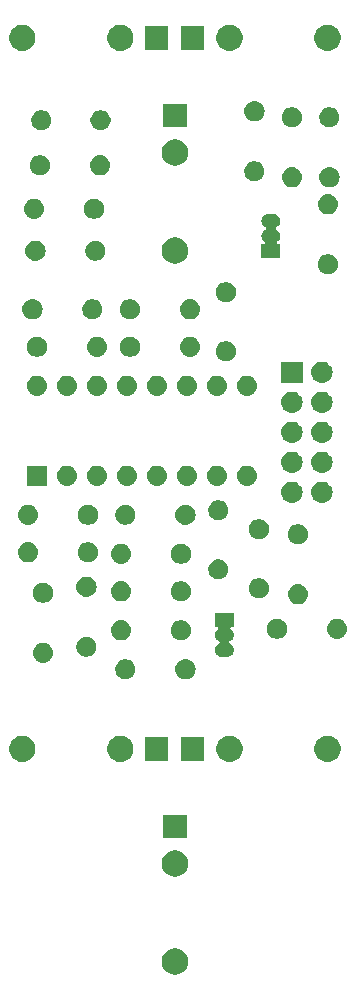
<source format=gbr>
G04 #@! TF.GenerationSoftware,KiCad,Pcbnew,(5.1.0)-1*
G04 #@! TF.CreationDate,2019-04-11T14:16:13-04:00*
G04 #@! TF.ProjectId,moog_vca,6d6f6f67-5f76-4636-912e-6b696361645f,rev?*
G04 #@! TF.SameCoordinates,Original*
G04 #@! TF.FileFunction,Soldermask,Top*
G04 #@! TF.FilePolarity,Negative*
%FSLAX46Y46*%
G04 Gerber Fmt 4.6, Leading zero omitted, Abs format (unit mm)*
G04 Created by KiCad (PCBNEW (5.1.0)-1) date 2019-04-11 14:16:13*
%MOMM*%
%LPD*%
G04 APERTURE LIST*
%ADD10C,0.100000*%
G04 APERTURE END LIST*
D10*
G36*
X192023655Y-127914591D02*
G01*
X192095525Y-127928887D01*
X192298624Y-128013013D01*
X192481409Y-128135146D01*
X192636854Y-128290591D01*
X192758987Y-128473376D01*
X192843113Y-128676475D01*
X192886000Y-128892084D01*
X192886000Y-129111916D01*
X192843113Y-129327525D01*
X192758987Y-129530624D01*
X192636854Y-129713409D01*
X192481409Y-129868854D01*
X192298624Y-129990987D01*
X192095525Y-130075113D01*
X192023655Y-130089409D01*
X191879918Y-130118000D01*
X191660082Y-130118000D01*
X191516345Y-130089409D01*
X191444475Y-130075113D01*
X191241376Y-129990987D01*
X191058591Y-129868854D01*
X190903146Y-129713409D01*
X190781013Y-129530624D01*
X190696887Y-129327525D01*
X190654000Y-129111916D01*
X190654000Y-128892084D01*
X190696887Y-128676475D01*
X190781013Y-128473376D01*
X190903146Y-128290591D01*
X191058591Y-128135146D01*
X191241376Y-128013013D01*
X191444475Y-127928887D01*
X191516345Y-127914591D01*
X191660082Y-127886000D01*
X191879918Y-127886000D01*
X192023655Y-127914591D01*
X192023655Y-127914591D01*
G37*
G36*
X192023655Y-119614591D02*
G01*
X192095525Y-119628887D01*
X192298624Y-119713013D01*
X192481409Y-119835146D01*
X192636854Y-119990591D01*
X192758987Y-120173376D01*
X192843113Y-120376475D01*
X192886000Y-120592084D01*
X192886000Y-120811916D01*
X192843113Y-121027525D01*
X192758987Y-121230624D01*
X192636854Y-121413409D01*
X192481409Y-121568854D01*
X192298624Y-121690987D01*
X192095525Y-121775113D01*
X192023655Y-121789409D01*
X191879918Y-121818000D01*
X191660082Y-121818000D01*
X191516345Y-121789409D01*
X191444475Y-121775113D01*
X191241376Y-121690987D01*
X191058591Y-121568854D01*
X190903146Y-121413409D01*
X190781013Y-121230624D01*
X190696887Y-121027525D01*
X190654000Y-120811916D01*
X190654000Y-120592084D01*
X190696887Y-120376475D01*
X190781013Y-120173376D01*
X190903146Y-119990591D01*
X191058591Y-119835146D01*
X191241376Y-119713013D01*
X191444475Y-119628887D01*
X191516345Y-119614591D01*
X191660082Y-119586000D01*
X191879918Y-119586000D01*
X192023655Y-119614591D01*
X192023655Y-119614591D01*
G37*
G36*
X192786000Y-118568000D02*
G01*
X190754000Y-118568000D01*
X190754000Y-116636000D01*
X192786000Y-116636000D01*
X192786000Y-118568000D01*
X192786000Y-118568000D01*
G37*
G36*
X196647655Y-109910591D02*
G01*
X196719525Y-109924887D01*
X196922624Y-110009013D01*
X197105409Y-110131146D01*
X197260854Y-110286591D01*
X197382987Y-110469376D01*
X197467113Y-110672475D01*
X197510000Y-110888084D01*
X197510000Y-111107916D01*
X197467113Y-111323525D01*
X197382987Y-111526624D01*
X197260854Y-111709409D01*
X197105409Y-111864854D01*
X196922624Y-111986987D01*
X196719525Y-112071113D01*
X196647655Y-112085409D01*
X196503918Y-112114000D01*
X196284082Y-112114000D01*
X196140345Y-112085409D01*
X196068475Y-112071113D01*
X195865376Y-111986987D01*
X195682591Y-111864854D01*
X195527146Y-111709409D01*
X195405013Y-111526624D01*
X195320887Y-111323525D01*
X195278000Y-111107916D01*
X195278000Y-110888084D01*
X195320887Y-110672475D01*
X195405013Y-110469376D01*
X195527146Y-110286591D01*
X195682591Y-110131146D01*
X195865376Y-110009013D01*
X196068475Y-109924887D01*
X196140345Y-109910591D01*
X196284082Y-109882000D01*
X196503918Y-109882000D01*
X196647655Y-109910591D01*
X196647655Y-109910591D01*
G37*
G36*
X204947655Y-109910591D02*
G01*
X205019525Y-109924887D01*
X205222624Y-110009013D01*
X205405409Y-110131146D01*
X205560854Y-110286591D01*
X205682987Y-110469376D01*
X205767113Y-110672475D01*
X205810000Y-110888084D01*
X205810000Y-111107916D01*
X205767113Y-111323525D01*
X205682987Y-111526624D01*
X205560854Y-111709409D01*
X205405409Y-111864854D01*
X205222624Y-111986987D01*
X205019525Y-112071113D01*
X204947655Y-112085409D01*
X204803918Y-112114000D01*
X204584082Y-112114000D01*
X204440345Y-112085409D01*
X204368475Y-112071113D01*
X204165376Y-111986987D01*
X203982591Y-111864854D01*
X203827146Y-111709409D01*
X203705013Y-111526624D01*
X203620887Y-111323525D01*
X203578000Y-111107916D01*
X203578000Y-110888084D01*
X203620887Y-110672475D01*
X203705013Y-110469376D01*
X203827146Y-110286591D01*
X203982591Y-110131146D01*
X204165376Y-110009013D01*
X204368475Y-109924887D01*
X204440345Y-109910591D01*
X204584082Y-109882000D01*
X204803918Y-109882000D01*
X204947655Y-109910591D01*
X204947655Y-109910591D01*
G37*
G36*
X187399655Y-109910591D02*
G01*
X187471525Y-109924887D01*
X187674624Y-110009013D01*
X187857409Y-110131146D01*
X188012854Y-110286591D01*
X188134987Y-110469376D01*
X188219113Y-110672475D01*
X188262000Y-110888084D01*
X188262000Y-111107916D01*
X188219113Y-111323525D01*
X188134987Y-111526624D01*
X188012854Y-111709409D01*
X187857409Y-111864854D01*
X187674624Y-111986987D01*
X187471525Y-112071113D01*
X187399655Y-112085409D01*
X187255918Y-112114000D01*
X187036082Y-112114000D01*
X186892345Y-112085409D01*
X186820475Y-112071113D01*
X186617376Y-111986987D01*
X186434591Y-111864854D01*
X186279146Y-111709409D01*
X186157013Y-111526624D01*
X186072887Y-111323525D01*
X186030000Y-111107916D01*
X186030000Y-110888084D01*
X186072887Y-110672475D01*
X186157013Y-110469376D01*
X186279146Y-110286591D01*
X186434591Y-110131146D01*
X186617376Y-110009013D01*
X186820475Y-109924887D01*
X186892345Y-109910591D01*
X187036082Y-109882000D01*
X187255918Y-109882000D01*
X187399655Y-109910591D01*
X187399655Y-109910591D01*
G37*
G36*
X179099655Y-109910591D02*
G01*
X179171525Y-109924887D01*
X179374624Y-110009013D01*
X179557409Y-110131146D01*
X179712854Y-110286591D01*
X179834987Y-110469376D01*
X179919113Y-110672475D01*
X179962000Y-110888084D01*
X179962000Y-111107916D01*
X179919113Y-111323525D01*
X179834987Y-111526624D01*
X179712854Y-111709409D01*
X179557409Y-111864854D01*
X179374624Y-111986987D01*
X179171525Y-112071113D01*
X179099655Y-112085409D01*
X178955918Y-112114000D01*
X178736082Y-112114000D01*
X178592345Y-112085409D01*
X178520475Y-112071113D01*
X178317376Y-111986987D01*
X178134591Y-111864854D01*
X177979146Y-111709409D01*
X177857013Y-111526624D01*
X177772887Y-111323525D01*
X177730000Y-111107916D01*
X177730000Y-110888084D01*
X177772887Y-110672475D01*
X177857013Y-110469376D01*
X177979146Y-110286591D01*
X178134591Y-110131146D01*
X178317376Y-110009013D01*
X178520475Y-109924887D01*
X178592345Y-109910591D01*
X178736082Y-109882000D01*
X178955918Y-109882000D01*
X179099655Y-109910591D01*
X179099655Y-109910591D01*
G37*
G36*
X194260000Y-112014000D02*
G01*
X192328000Y-112014000D01*
X192328000Y-109982000D01*
X194260000Y-109982000D01*
X194260000Y-112014000D01*
X194260000Y-112014000D01*
G37*
G36*
X191212000Y-112014000D02*
G01*
X189280000Y-112014000D01*
X189280000Y-109982000D01*
X191212000Y-109982000D01*
X191212000Y-112014000D01*
X191212000Y-112014000D01*
G37*
G36*
X187827228Y-103448703D02*
G01*
X187982100Y-103512853D01*
X188121481Y-103605985D01*
X188240015Y-103724519D01*
X188333147Y-103863900D01*
X188397297Y-104018772D01*
X188430000Y-104183184D01*
X188430000Y-104350816D01*
X188397297Y-104515228D01*
X188333147Y-104670100D01*
X188240015Y-104809481D01*
X188121481Y-104928015D01*
X187982100Y-105021147D01*
X187827228Y-105085297D01*
X187662816Y-105118000D01*
X187495184Y-105118000D01*
X187330772Y-105085297D01*
X187175900Y-105021147D01*
X187036519Y-104928015D01*
X186917985Y-104809481D01*
X186824853Y-104670100D01*
X186760703Y-104515228D01*
X186728000Y-104350816D01*
X186728000Y-104183184D01*
X186760703Y-104018772D01*
X186824853Y-103863900D01*
X186917985Y-103724519D01*
X187036519Y-103605985D01*
X187175900Y-103512853D01*
X187330772Y-103448703D01*
X187495184Y-103416000D01*
X187662816Y-103416000D01*
X187827228Y-103448703D01*
X187827228Y-103448703D01*
G37*
G36*
X192825823Y-103428313D02*
G01*
X192986242Y-103476976D01*
X193053361Y-103512852D01*
X193134078Y-103555996D01*
X193263659Y-103662341D01*
X193370004Y-103791922D01*
X193370005Y-103791924D01*
X193449024Y-103939758D01*
X193497687Y-104100177D01*
X193514117Y-104267000D01*
X193497687Y-104433823D01*
X193449024Y-104594242D01*
X193408477Y-104670100D01*
X193370004Y-104742078D01*
X193263659Y-104871659D01*
X193134078Y-104978004D01*
X193134076Y-104978005D01*
X192986242Y-105057024D01*
X192825823Y-105105687D01*
X192700804Y-105118000D01*
X192617196Y-105118000D01*
X192492177Y-105105687D01*
X192331758Y-105057024D01*
X192183924Y-104978005D01*
X192183922Y-104978004D01*
X192054341Y-104871659D01*
X191947996Y-104742078D01*
X191909523Y-104670100D01*
X191868976Y-104594242D01*
X191820313Y-104433823D01*
X191803883Y-104267000D01*
X191820313Y-104100177D01*
X191868976Y-103939758D01*
X191947995Y-103791924D01*
X191947996Y-103791922D01*
X192054341Y-103662341D01*
X192183922Y-103555996D01*
X192264639Y-103512852D01*
X192331758Y-103476976D01*
X192492177Y-103428313D01*
X192617196Y-103416000D01*
X192700804Y-103416000D01*
X192825823Y-103428313D01*
X192825823Y-103428313D01*
G37*
G36*
X180760823Y-102031313D02*
G01*
X180921242Y-102079976D01*
X181023728Y-102134756D01*
X181069078Y-102158996D01*
X181198659Y-102265341D01*
X181305004Y-102394922D01*
X181305005Y-102394924D01*
X181384024Y-102542758D01*
X181432687Y-102703177D01*
X181449117Y-102870000D01*
X181432687Y-103036823D01*
X181384024Y-103197242D01*
X181375601Y-103213000D01*
X181305004Y-103345078D01*
X181198659Y-103474659D01*
X181069078Y-103581004D01*
X181069076Y-103581005D01*
X180921242Y-103660024D01*
X180760823Y-103708687D01*
X180635804Y-103721000D01*
X180552196Y-103721000D01*
X180427177Y-103708687D01*
X180266758Y-103660024D01*
X180118924Y-103581005D01*
X180118922Y-103581004D01*
X179989341Y-103474659D01*
X179882996Y-103345078D01*
X179812399Y-103213000D01*
X179803976Y-103197242D01*
X179755313Y-103036823D01*
X179738883Y-102870000D01*
X179755313Y-102703177D01*
X179803976Y-102542758D01*
X179882995Y-102394924D01*
X179882996Y-102394922D01*
X179989341Y-102265341D01*
X180118922Y-102158996D01*
X180164272Y-102134756D01*
X180266758Y-102079976D01*
X180427177Y-102031313D01*
X180552196Y-102019000D01*
X180635804Y-102019000D01*
X180760823Y-102031313D01*
X180760823Y-102031313D01*
G37*
G36*
X184525228Y-101543703D02*
G01*
X184680100Y-101607853D01*
X184819481Y-101700985D01*
X184938015Y-101819519D01*
X185031147Y-101958900D01*
X185095297Y-102113772D01*
X185128000Y-102278184D01*
X185128000Y-102445816D01*
X185095297Y-102610228D01*
X185031147Y-102765100D01*
X184938015Y-102904481D01*
X184819481Y-103023015D01*
X184680100Y-103116147D01*
X184525228Y-103180297D01*
X184360816Y-103213000D01*
X184193184Y-103213000D01*
X184028772Y-103180297D01*
X183873900Y-103116147D01*
X183734519Y-103023015D01*
X183615985Y-102904481D01*
X183522853Y-102765100D01*
X183458703Y-102610228D01*
X183426000Y-102445816D01*
X183426000Y-102278184D01*
X183458703Y-102113772D01*
X183522853Y-101958900D01*
X183615985Y-101819519D01*
X183734519Y-101700985D01*
X183873900Y-101607853D01*
X184028772Y-101543703D01*
X184193184Y-101511000D01*
X184360816Y-101511000D01*
X184525228Y-101543703D01*
X184525228Y-101543703D01*
G37*
G36*
X196762000Y-100652000D02*
G01*
X196597660Y-100652000D01*
X196573274Y-100654402D01*
X196549825Y-100661515D01*
X196528214Y-100673066D01*
X196509272Y-100688611D01*
X196493727Y-100707553D01*
X196482176Y-100729164D01*
X196475063Y-100752613D01*
X196472661Y-100776999D01*
X196475063Y-100801385D01*
X196482176Y-100824834D01*
X196493727Y-100846445D01*
X196509272Y-100865387D01*
X196518345Y-100873609D01*
X196595264Y-100936736D01*
X196667244Y-101024443D01*
X196680271Y-101048816D01*
X196720728Y-101124505D01*
X196720729Y-101124508D01*
X196753666Y-101233084D01*
X196764787Y-101346000D01*
X196753666Y-101458916D01*
X196726337Y-101549004D01*
X196720728Y-101567495D01*
X196719571Y-101569659D01*
X196667244Y-101667557D01*
X196595264Y-101755264D01*
X196507557Y-101827244D01*
X196426141Y-101870761D01*
X196405766Y-101884375D01*
X196388439Y-101901702D01*
X196374826Y-101922076D01*
X196365448Y-101944715D01*
X196360668Y-101968748D01*
X196360668Y-101993252D01*
X196365448Y-102017285D01*
X196374826Y-102039924D01*
X196388440Y-102060299D01*
X196405767Y-102077626D01*
X196426141Y-102091239D01*
X196507557Y-102134756D01*
X196595264Y-102206736D01*
X196667244Y-102294443D01*
X196701429Y-102358399D01*
X196720728Y-102394505D01*
X196720729Y-102394508D01*
X196753666Y-102503084D01*
X196764787Y-102616000D01*
X196753666Y-102728916D01*
X196720729Y-102837492D01*
X196720728Y-102837495D01*
X196703353Y-102870000D01*
X196667244Y-102937557D01*
X196595264Y-103025264D01*
X196507557Y-103097244D01*
X196443601Y-103131429D01*
X196407495Y-103150728D01*
X196407492Y-103150729D01*
X196298916Y-103183666D01*
X196214298Y-103192000D01*
X195707702Y-103192000D01*
X195623084Y-103183666D01*
X195514508Y-103150729D01*
X195514505Y-103150728D01*
X195478399Y-103131429D01*
X195414443Y-103097244D01*
X195326736Y-103025264D01*
X195254756Y-102937557D01*
X195218647Y-102870000D01*
X195201272Y-102837495D01*
X195201271Y-102837492D01*
X195168334Y-102728916D01*
X195157213Y-102616000D01*
X195168334Y-102503084D01*
X195201271Y-102394508D01*
X195201272Y-102394505D01*
X195220571Y-102358399D01*
X195254756Y-102294443D01*
X195326736Y-102206736D01*
X195414443Y-102134756D01*
X195495859Y-102091239D01*
X195516234Y-102077625D01*
X195533561Y-102060298D01*
X195547174Y-102039924D01*
X195556552Y-102017285D01*
X195561332Y-101993252D01*
X195561332Y-101968748D01*
X195556552Y-101944715D01*
X195547174Y-101922076D01*
X195533560Y-101901701D01*
X195516233Y-101884374D01*
X195495859Y-101870761D01*
X195414443Y-101827244D01*
X195326736Y-101755264D01*
X195254756Y-101667557D01*
X195202429Y-101569659D01*
X195201272Y-101567495D01*
X195195663Y-101549004D01*
X195168334Y-101458916D01*
X195157213Y-101346000D01*
X195168334Y-101233084D01*
X195201271Y-101124508D01*
X195201272Y-101124505D01*
X195241729Y-101048816D01*
X195254756Y-101024443D01*
X195326736Y-100936736D01*
X195403646Y-100873617D01*
X195420965Y-100856298D01*
X195434579Y-100835923D01*
X195443957Y-100813284D01*
X195448737Y-100789251D01*
X195448737Y-100764747D01*
X195443957Y-100740714D01*
X195434579Y-100718075D01*
X195420966Y-100697701D01*
X195403639Y-100680374D01*
X195383264Y-100666760D01*
X195360625Y-100657382D01*
X195336592Y-100652602D01*
X195324340Y-100652000D01*
X195160000Y-100652000D01*
X195160000Y-99500000D01*
X196762000Y-99500000D01*
X196762000Y-100652000D01*
X196762000Y-100652000D01*
G37*
G36*
X192526228Y-100146703D02*
G01*
X192681100Y-100210853D01*
X192820481Y-100303985D01*
X192939015Y-100422519D01*
X193032147Y-100561900D01*
X193096297Y-100716772D01*
X193129000Y-100881184D01*
X193129000Y-101048816D01*
X193096297Y-101213228D01*
X193032147Y-101368100D01*
X192939015Y-101507481D01*
X192820481Y-101626015D01*
X192681100Y-101719147D01*
X192526228Y-101783297D01*
X192361816Y-101816000D01*
X192194184Y-101816000D01*
X192029772Y-101783297D01*
X191874900Y-101719147D01*
X191735519Y-101626015D01*
X191616985Y-101507481D01*
X191523853Y-101368100D01*
X191459703Y-101213228D01*
X191427000Y-101048816D01*
X191427000Y-100881184D01*
X191459703Y-100716772D01*
X191523853Y-100561900D01*
X191616985Y-100422519D01*
X191735519Y-100303985D01*
X191874900Y-100210853D01*
X192029772Y-100146703D01*
X192194184Y-100114000D01*
X192361816Y-100114000D01*
X192526228Y-100146703D01*
X192526228Y-100146703D01*
G37*
G36*
X187364823Y-100126313D02*
G01*
X187525242Y-100174976D01*
X187592361Y-100210852D01*
X187673078Y-100253996D01*
X187802659Y-100360341D01*
X187909004Y-100489922D01*
X187909005Y-100489924D01*
X187988024Y-100637758D01*
X188036687Y-100798177D01*
X188053117Y-100965000D01*
X188036687Y-101131823D01*
X187988024Y-101292242D01*
X187947477Y-101368100D01*
X187909004Y-101440078D01*
X187802659Y-101569659D01*
X187673078Y-101676004D01*
X187673076Y-101676005D01*
X187525242Y-101755024D01*
X187364823Y-101803687D01*
X187239804Y-101816000D01*
X187156196Y-101816000D01*
X187031177Y-101803687D01*
X186870758Y-101755024D01*
X186722924Y-101676005D01*
X186722922Y-101676004D01*
X186593341Y-101569659D01*
X186486996Y-101440078D01*
X186448523Y-101368100D01*
X186407976Y-101292242D01*
X186359313Y-101131823D01*
X186342883Y-100965000D01*
X186359313Y-100798177D01*
X186407976Y-100637758D01*
X186486995Y-100489924D01*
X186486996Y-100489922D01*
X186593341Y-100360341D01*
X186722922Y-100253996D01*
X186803639Y-100210852D01*
X186870758Y-100174976D01*
X187031177Y-100126313D01*
X187156196Y-100114000D01*
X187239804Y-100114000D01*
X187364823Y-100126313D01*
X187364823Y-100126313D01*
G37*
G36*
X205652823Y-99999313D02*
G01*
X205813242Y-100047976D01*
X205880361Y-100083852D01*
X205961078Y-100126996D01*
X206090659Y-100233341D01*
X206197004Y-100362922D01*
X206197005Y-100362924D01*
X206276024Y-100510758D01*
X206324687Y-100671177D01*
X206341117Y-100838000D01*
X206324687Y-101004823D01*
X206276024Y-101165242D01*
X206235477Y-101241100D01*
X206197004Y-101313078D01*
X206090659Y-101442659D01*
X205961078Y-101549004D01*
X205961076Y-101549005D01*
X205813242Y-101628024D01*
X205652823Y-101676687D01*
X205527804Y-101689000D01*
X205444196Y-101689000D01*
X205319177Y-101676687D01*
X205158758Y-101628024D01*
X205010924Y-101549005D01*
X205010922Y-101549004D01*
X204881341Y-101442659D01*
X204774996Y-101313078D01*
X204736523Y-101241100D01*
X204695976Y-101165242D01*
X204647313Y-101004823D01*
X204630883Y-100838000D01*
X204647313Y-100671177D01*
X204695976Y-100510758D01*
X204774995Y-100362924D01*
X204774996Y-100362922D01*
X204881341Y-100233341D01*
X205010922Y-100126996D01*
X205091639Y-100083852D01*
X205158758Y-100047976D01*
X205319177Y-99999313D01*
X205444196Y-99987000D01*
X205527804Y-99987000D01*
X205652823Y-99999313D01*
X205652823Y-99999313D01*
G37*
G36*
X200654228Y-100019703D02*
G01*
X200809100Y-100083853D01*
X200948481Y-100176985D01*
X201067015Y-100295519D01*
X201160147Y-100434900D01*
X201224297Y-100589772D01*
X201257000Y-100754184D01*
X201257000Y-100921816D01*
X201224297Y-101086228D01*
X201160147Y-101241100D01*
X201067015Y-101380481D01*
X200948481Y-101499015D01*
X200809100Y-101592147D01*
X200654228Y-101656297D01*
X200489816Y-101689000D01*
X200322184Y-101689000D01*
X200157772Y-101656297D01*
X200002900Y-101592147D01*
X199863519Y-101499015D01*
X199744985Y-101380481D01*
X199651853Y-101241100D01*
X199587703Y-101086228D01*
X199555000Y-100921816D01*
X199555000Y-100754184D01*
X199587703Y-100589772D01*
X199651853Y-100434900D01*
X199744985Y-100295519D01*
X199863519Y-100176985D01*
X200002900Y-100083853D01*
X200157772Y-100019703D01*
X200322184Y-99987000D01*
X200489816Y-99987000D01*
X200654228Y-100019703D01*
X200654228Y-100019703D01*
G37*
G36*
X202350823Y-97078313D02*
G01*
X202511242Y-97126976D01*
X202643906Y-97197886D01*
X202659078Y-97205996D01*
X202788659Y-97312341D01*
X202895004Y-97441922D01*
X202895005Y-97441924D01*
X202974024Y-97589758D01*
X203022687Y-97750177D01*
X203039117Y-97917000D01*
X203022687Y-98083823D01*
X202974024Y-98244242D01*
X202965601Y-98260000D01*
X202895004Y-98392078D01*
X202788659Y-98521659D01*
X202659078Y-98628004D01*
X202659076Y-98628005D01*
X202511242Y-98707024D01*
X202350823Y-98755687D01*
X202225804Y-98768000D01*
X202142196Y-98768000D01*
X202017177Y-98755687D01*
X201856758Y-98707024D01*
X201708924Y-98628005D01*
X201708922Y-98628004D01*
X201579341Y-98521659D01*
X201472996Y-98392078D01*
X201402399Y-98260000D01*
X201393976Y-98244242D01*
X201345313Y-98083823D01*
X201328883Y-97917000D01*
X201345313Y-97750177D01*
X201393976Y-97589758D01*
X201472995Y-97441924D01*
X201472996Y-97441922D01*
X201579341Y-97312341D01*
X201708922Y-97205996D01*
X201724094Y-97197886D01*
X201856758Y-97126976D01*
X202017177Y-97078313D01*
X202142196Y-97066000D01*
X202225804Y-97066000D01*
X202350823Y-97078313D01*
X202350823Y-97078313D01*
G37*
G36*
X180842228Y-96971703D02*
G01*
X180997100Y-97035853D01*
X181136481Y-97128985D01*
X181255015Y-97247519D01*
X181348147Y-97386900D01*
X181412297Y-97541772D01*
X181445000Y-97706184D01*
X181445000Y-97873816D01*
X181412297Y-98038228D01*
X181348147Y-98193100D01*
X181255015Y-98332481D01*
X181136481Y-98451015D01*
X180997100Y-98544147D01*
X180842228Y-98608297D01*
X180677816Y-98641000D01*
X180510184Y-98641000D01*
X180345772Y-98608297D01*
X180190900Y-98544147D01*
X180051519Y-98451015D01*
X179932985Y-98332481D01*
X179839853Y-98193100D01*
X179775703Y-98038228D01*
X179743000Y-97873816D01*
X179743000Y-97706184D01*
X179775703Y-97541772D01*
X179839853Y-97386900D01*
X179932985Y-97247519D01*
X180051519Y-97128985D01*
X180190900Y-97035853D01*
X180345772Y-96971703D01*
X180510184Y-96939000D01*
X180677816Y-96939000D01*
X180842228Y-96971703D01*
X180842228Y-96971703D01*
G37*
G36*
X187364823Y-96824313D02*
G01*
X187525242Y-96872976D01*
X187592361Y-96908852D01*
X187673078Y-96951996D01*
X187802659Y-97058341D01*
X187909004Y-97187922D01*
X187909005Y-97187924D01*
X187988024Y-97335758D01*
X188036687Y-97496177D01*
X188053117Y-97663000D01*
X188036687Y-97829823D01*
X187988024Y-97990242D01*
X187944310Y-98072025D01*
X187909004Y-98138078D01*
X187802659Y-98267659D01*
X187673078Y-98374004D01*
X187673076Y-98374005D01*
X187525242Y-98453024D01*
X187364823Y-98501687D01*
X187239804Y-98514000D01*
X187156196Y-98514000D01*
X187031177Y-98501687D01*
X186870758Y-98453024D01*
X186722924Y-98374005D01*
X186722922Y-98374004D01*
X186593341Y-98267659D01*
X186486996Y-98138078D01*
X186451690Y-98072025D01*
X186407976Y-97990242D01*
X186359313Y-97829823D01*
X186342883Y-97663000D01*
X186359313Y-97496177D01*
X186407976Y-97335758D01*
X186486995Y-97187924D01*
X186486996Y-97187922D01*
X186593341Y-97058341D01*
X186722922Y-96951996D01*
X186803639Y-96908852D01*
X186870758Y-96872976D01*
X187031177Y-96824313D01*
X187156196Y-96812000D01*
X187239804Y-96812000D01*
X187364823Y-96824313D01*
X187364823Y-96824313D01*
G37*
G36*
X192526228Y-96844703D02*
G01*
X192681100Y-96908853D01*
X192820481Y-97001985D01*
X192939015Y-97120519D01*
X193032147Y-97259900D01*
X193096297Y-97414772D01*
X193129000Y-97579184D01*
X193129000Y-97746816D01*
X193096297Y-97911228D01*
X193032147Y-98066100D01*
X192939015Y-98205481D01*
X192820481Y-98324015D01*
X192681100Y-98417147D01*
X192526228Y-98481297D01*
X192361816Y-98514000D01*
X192194184Y-98514000D01*
X192029772Y-98481297D01*
X191874900Y-98417147D01*
X191735519Y-98324015D01*
X191616985Y-98205481D01*
X191523853Y-98066100D01*
X191459703Y-97911228D01*
X191427000Y-97746816D01*
X191427000Y-97579184D01*
X191459703Y-97414772D01*
X191523853Y-97259900D01*
X191616985Y-97120519D01*
X191735519Y-97001985D01*
X191874900Y-96908853D01*
X192029772Y-96844703D01*
X192194184Y-96812000D01*
X192361816Y-96812000D01*
X192526228Y-96844703D01*
X192526228Y-96844703D01*
G37*
G36*
X199130228Y-96590703D02*
G01*
X199285100Y-96654853D01*
X199424481Y-96747985D01*
X199543015Y-96866519D01*
X199636147Y-97005900D01*
X199700297Y-97160772D01*
X199733000Y-97325184D01*
X199733000Y-97492816D01*
X199700297Y-97657228D01*
X199636147Y-97812100D01*
X199543015Y-97951481D01*
X199424481Y-98070015D01*
X199285100Y-98163147D01*
X199130228Y-98227297D01*
X198965816Y-98260000D01*
X198798184Y-98260000D01*
X198633772Y-98227297D01*
X198478900Y-98163147D01*
X198339519Y-98070015D01*
X198220985Y-97951481D01*
X198127853Y-97812100D01*
X198063703Y-97657228D01*
X198031000Y-97492816D01*
X198031000Y-97325184D01*
X198063703Y-97160772D01*
X198127853Y-97005900D01*
X198220985Y-96866519D01*
X198339519Y-96747985D01*
X198478900Y-96654853D01*
X198633772Y-96590703D01*
X198798184Y-96558000D01*
X198965816Y-96558000D01*
X199130228Y-96590703D01*
X199130228Y-96590703D01*
G37*
G36*
X184443823Y-96443313D02*
G01*
X184604242Y-96491976D01*
X184727764Y-96558000D01*
X184752078Y-96570996D01*
X184881659Y-96677341D01*
X184988004Y-96806922D01*
X184988005Y-96806924D01*
X185067024Y-96954758D01*
X185115687Y-97115177D01*
X185132117Y-97282000D01*
X185115687Y-97448823D01*
X185067024Y-97609242D01*
X185015207Y-97706184D01*
X184988004Y-97757078D01*
X184881659Y-97886659D01*
X184752078Y-97993004D01*
X184752076Y-97993005D01*
X184604242Y-98072024D01*
X184443823Y-98120687D01*
X184318804Y-98133000D01*
X184235196Y-98133000D01*
X184110177Y-98120687D01*
X183949758Y-98072024D01*
X183801924Y-97993005D01*
X183801922Y-97993004D01*
X183672341Y-97886659D01*
X183565996Y-97757078D01*
X183538793Y-97706184D01*
X183486976Y-97609242D01*
X183438313Y-97448823D01*
X183421883Y-97282000D01*
X183438313Y-97115177D01*
X183486976Y-96954758D01*
X183565995Y-96806924D01*
X183565996Y-96806922D01*
X183672341Y-96677341D01*
X183801922Y-96570996D01*
X183826236Y-96558000D01*
X183949758Y-96491976D01*
X184110177Y-96443313D01*
X184235196Y-96431000D01*
X184318804Y-96431000D01*
X184443823Y-96443313D01*
X184443823Y-96443313D01*
G37*
G36*
X195701228Y-94986703D02*
G01*
X195856100Y-95050853D01*
X195995481Y-95143985D01*
X196114015Y-95262519D01*
X196207147Y-95401900D01*
X196271297Y-95556772D01*
X196304000Y-95721184D01*
X196304000Y-95888816D01*
X196271297Y-96053228D01*
X196207147Y-96208100D01*
X196114015Y-96347481D01*
X195995481Y-96466015D01*
X195856100Y-96559147D01*
X195701228Y-96623297D01*
X195536816Y-96656000D01*
X195369184Y-96656000D01*
X195204772Y-96623297D01*
X195049900Y-96559147D01*
X194910519Y-96466015D01*
X194791985Y-96347481D01*
X194698853Y-96208100D01*
X194634703Y-96053228D01*
X194602000Y-95888816D01*
X194602000Y-95721184D01*
X194634703Y-95556772D01*
X194698853Y-95401900D01*
X194791985Y-95262519D01*
X194910519Y-95143985D01*
X195049900Y-95050853D01*
X195204772Y-94986703D01*
X195369184Y-94954000D01*
X195536816Y-94954000D01*
X195701228Y-94986703D01*
X195701228Y-94986703D01*
G37*
G36*
X192526228Y-93669703D02*
G01*
X192681100Y-93733853D01*
X192820481Y-93826985D01*
X192939015Y-93945519D01*
X193032147Y-94084900D01*
X193096297Y-94239772D01*
X193129000Y-94404184D01*
X193129000Y-94571816D01*
X193096297Y-94736228D01*
X193032147Y-94891100D01*
X192939015Y-95030481D01*
X192820481Y-95149015D01*
X192681100Y-95242147D01*
X192526228Y-95306297D01*
X192361816Y-95339000D01*
X192194184Y-95339000D01*
X192029772Y-95306297D01*
X191874900Y-95242147D01*
X191735519Y-95149015D01*
X191616985Y-95030481D01*
X191523853Y-94891100D01*
X191459703Y-94736228D01*
X191427000Y-94571816D01*
X191427000Y-94404184D01*
X191459703Y-94239772D01*
X191523853Y-94084900D01*
X191616985Y-93945519D01*
X191735519Y-93826985D01*
X191874900Y-93733853D01*
X192029772Y-93669703D01*
X192194184Y-93637000D01*
X192361816Y-93637000D01*
X192526228Y-93669703D01*
X192526228Y-93669703D01*
G37*
G36*
X187364823Y-93649313D02*
G01*
X187525242Y-93697976D01*
X187592361Y-93733852D01*
X187673078Y-93776996D01*
X187802659Y-93883341D01*
X187909004Y-94012922D01*
X187909005Y-94012924D01*
X187988024Y-94160758D01*
X188036687Y-94321177D01*
X188053117Y-94488000D01*
X188036687Y-94654823D01*
X187988024Y-94815242D01*
X187947477Y-94891100D01*
X187909004Y-94963078D01*
X187802659Y-95092659D01*
X187673078Y-95199004D01*
X187673076Y-95199005D01*
X187525242Y-95278024D01*
X187364823Y-95326687D01*
X187239804Y-95339000D01*
X187156196Y-95339000D01*
X187031177Y-95326687D01*
X186870758Y-95278024D01*
X186722924Y-95199005D01*
X186722922Y-95199004D01*
X186593341Y-95092659D01*
X186486996Y-94963078D01*
X186448523Y-94891100D01*
X186407976Y-94815242D01*
X186359313Y-94654823D01*
X186342883Y-94488000D01*
X186359313Y-94321177D01*
X186407976Y-94160758D01*
X186486995Y-94012924D01*
X186486996Y-94012922D01*
X186593341Y-93883341D01*
X186722922Y-93776996D01*
X186803639Y-93733852D01*
X186870758Y-93697976D01*
X187031177Y-93649313D01*
X187156196Y-93637000D01*
X187239804Y-93637000D01*
X187364823Y-93649313D01*
X187364823Y-93649313D01*
G37*
G36*
X179490823Y-93522313D02*
G01*
X179651242Y-93570976D01*
X179718361Y-93606852D01*
X179799078Y-93649996D01*
X179928659Y-93756341D01*
X180035004Y-93885922D01*
X180035005Y-93885924D01*
X180114024Y-94033758D01*
X180162687Y-94194177D01*
X180179117Y-94361000D01*
X180162687Y-94527823D01*
X180114024Y-94688242D01*
X180073477Y-94764100D01*
X180035004Y-94836078D01*
X179928659Y-94965659D01*
X179799078Y-95072004D01*
X179799076Y-95072005D01*
X179651242Y-95151024D01*
X179490823Y-95199687D01*
X179365804Y-95212000D01*
X179282196Y-95212000D01*
X179157177Y-95199687D01*
X178996758Y-95151024D01*
X178848924Y-95072005D01*
X178848922Y-95072004D01*
X178719341Y-94965659D01*
X178612996Y-94836078D01*
X178574523Y-94764100D01*
X178533976Y-94688242D01*
X178485313Y-94527823D01*
X178468883Y-94361000D01*
X178485313Y-94194177D01*
X178533976Y-94033758D01*
X178612995Y-93885924D01*
X178612996Y-93885922D01*
X178719341Y-93756341D01*
X178848922Y-93649996D01*
X178929639Y-93606852D01*
X178996758Y-93570976D01*
X179157177Y-93522313D01*
X179282196Y-93510000D01*
X179365804Y-93510000D01*
X179490823Y-93522313D01*
X179490823Y-93522313D01*
G37*
G36*
X184652228Y-93542703D02*
G01*
X184807100Y-93606853D01*
X184946481Y-93699985D01*
X185065015Y-93818519D01*
X185158147Y-93957900D01*
X185222297Y-94112772D01*
X185255000Y-94277184D01*
X185255000Y-94444816D01*
X185222297Y-94609228D01*
X185158147Y-94764100D01*
X185065015Y-94903481D01*
X184946481Y-95022015D01*
X184807100Y-95115147D01*
X184652228Y-95179297D01*
X184487816Y-95212000D01*
X184320184Y-95212000D01*
X184155772Y-95179297D01*
X184000900Y-95115147D01*
X183861519Y-95022015D01*
X183742985Y-94903481D01*
X183649853Y-94764100D01*
X183585703Y-94609228D01*
X183553000Y-94444816D01*
X183553000Y-94277184D01*
X183585703Y-94112772D01*
X183649853Y-93957900D01*
X183742985Y-93818519D01*
X183861519Y-93699985D01*
X184000900Y-93606853D01*
X184155772Y-93542703D01*
X184320184Y-93510000D01*
X184487816Y-93510000D01*
X184652228Y-93542703D01*
X184652228Y-93542703D01*
G37*
G36*
X202432228Y-92018703D02*
G01*
X202587100Y-92082853D01*
X202726481Y-92175985D01*
X202845015Y-92294519D01*
X202938147Y-92433900D01*
X203002297Y-92588772D01*
X203035000Y-92753184D01*
X203035000Y-92920816D01*
X203002297Y-93085228D01*
X202938147Y-93240100D01*
X202845015Y-93379481D01*
X202726481Y-93498015D01*
X202587100Y-93591147D01*
X202432228Y-93655297D01*
X202267816Y-93688000D01*
X202100184Y-93688000D01*
X201935772Y-93655297D01*
X201780900Y-93591147D01*
X201641519Y-93498015D01*
X201522985Y-93379481D01*
X201429853Y-93240100D01*
X201365703Y-93085228D01*
X201333000Y-92920816D01*
X201333000Y-92753184D01*
X201365703Y-92588772D01*
X201429853Y-92433900D01*
X201522985Y-92294519D01*
X201641519Y-92175985D01*
X201780900Y-92082853D01*
X201935772Y-92018703D01*
X202100184Y-91986000D01*
X202267816Y-91986000D01*
X202432228Y-92018703D01*
X202432228Y-92018703D01*
G37*
G36*
X199130228Y-91590703D02*
G01*
X199285100Y-91654853D01*
X199424481Y-91747985D01*
X199543015Y-91866519D01*
X199636147Y-92005900D01*
X199700297Y-92160772D01*
X199733000Y-92325184D01*
X199733000Y-92492816D01*
X199700297Y-92657228D01*
X199636147Y-92812100D01*
X199543015Y-92951481D01*
X199424481Y-93070015D01*
X199285100Y-93163147D01*
X199130228Y-93227297D01*
X198965816Y-93260000D01*
X198798184Y-93260000D01*
X198633772Y-93227297D01*
X198478900Y-93163147D01*
X198339519Y-93070015D01*
X198220985Y-92951481D01*
X198127853Y-92812100D01*
X198063703Y-92657228D01*
X198031000Y-92492816D01*
X198031000Y-92325184D01*
X198063703Y-92160772D01*
X198127853Y-92005900D01*
X198220985Y-91866519D01*
X198339519Y-91747985D01*
X198478900Y-91654853D01*
X198633772Y-91590703D01*
X198798184Y-91558000D01*
X198965816Y-91558000D01*
X199130228Y-91590703D01*
X199130228Y-91590703D01*
G37*
G36*
X184652228Y-90367703D02*
G01*
X184807100Y-90431853D01*
X184946481Y-90524985D01*
X185065015Y-90643519D01*
X185158147Y-90782900D01*
X185222297Y-90937772D01*
X185255000Y-91102184D01*
X185255000Y-91269816D01*
X185222297Y-91434228D01*
X185158147Y-91589100D01*
X185065015Y-91728481D01*
X184946481Y-91847015D01*
X184807100Y-91940147D01*
X184652228Y-92004297D01*
X184487816Y-92037000D01*
X184320184Y-92037000D01*
X184155772Y-92004297D01*
X184000900Y-91940147D01*
X183861519Y-91847015D01*
X183742985Y-91728481D01*
X183649853Y-91589100D01*
X183585703Y-91434228D01*
X183553000Y-91269816D01*
X183553000Y-91102184D01*
X183585703Y-90937772D01*
X183649853Y-90782900D01*
X183742985Y-90643519D01*
X183861519Y-90524985D01*
X184000900Y-90431853D01*
X184155772Y-90367703D01*
X184320184Y-90335000D01*
X184487816Y-90335000D01*
X184652228Y-90367703D01*
X184652228Y-90367703D01*
G37*
G36*
X187827228Y-90367703D02*
G01*
X187982100Y-90431853D01*
X188121481Y-90524985D01*
X188240015Y-90643519D01*
X188333147Y-90782900D01*
X188397297Y-90937772D01*
X188430000Y-91102184D01*
X188430000Y-91269816D01*
X188397297Y-91434228D01*
X188333147Y-91589100D01*
X188240015Y-91728481D01*
X188121481Y-91847015D01*
X187982100Y-91940147D01*
X187827228Y-92004297D01*
X187662816Y-92037000D01*
X187495184Y-92037000D01*
X187330772Y-92004297D01*
X187175900Y-91940147D01*
X187036519Y-91847015D01*
X186917985Y-91728481D01*
X186824853Y-91589100D01*
X186760703Y-91434228D01*
X186728000Y-91269816D01*
X186728000Y-91102184D01*
X186760703Y-90937772D01*
X186824853Y-90782900D01*
X186917985Y-90643519D01*
X187036519Y-90524985D01*
X187175900Y-90431853D01*
X187330772Y-90367703D01*
X187495184Y-90335000D01*
X187662816Y-90335000D01*
X187827228Y-90367703D01*
X187827228Y-90367703D01*
G37*
G36*
X192825823Y-90347313D02*
G01*
X192986242Y-90395976D01*
X193053361Y-90431852D01*
X193134078Y-90474996D01*
X193263659Y-90581341D01*
X193370004Y-90710922D01*
X193370005Y-90710924D01*
X193449024Y-90858758D01*
X193497687Y-91019177D01*
X193514117Y-91186000D01*
X193497687Y-91352823D01*
X193449024Y-91513242D01*
X193408477Y-91589100D01*
X193370004Y-91661078D01*
X193263659Y-91790659D01*
X193134078Y-91897004D01*
X193134076Y-91897005D01*
X192986242Y-91976024D01*
X192825823Y-92024687D01*
X192700804Y-92037000D01*
X192617196Y-92037000D01*
X192492177Y-92024687D01*
X192331758Y-91976024D01*
X192183924Y-91897005D01*
X192183922Y-91897004D01*
X192054341Y-91790659D01*
X191947996Y-91661078D01*
X191909523Y-91589100D01*
X191868976Y-91513242D01*
X191820313Y-91352823D01*
X191803883Y-91186000D01*
X191820313Y-91019177D01*
X191868976Y-90858758D01*
X191947995Y-90710924D01*
X191947996Y-90710922D01*
X192054341Y-90581341D01*
X192183922Y-90474996D01*
X192264639Y-90431852D01*
X192331758Y-90395976D01*
X192492177Y-90347313D01*
X192617196Y-90335000D01*
X192700804Y-90335000D01*
X192825823Y-90347313D01*
X192825823Y-90347313D01*
G37*
G36*
X179490823Y-90347313D02*
G01*
X179651242Y-90395976D01*
X179718361Y-90431852D01*
X179799078Y-90474996D01*
X179928659Y-90581341D01*
X180035004Y-90710922D01*
X180035005Y-90710924D01*
X180114024Y-90858758D01*
X180162687Y-91019177D01*
X180179117Y-91186000D01*
X180162687Y-91352823D01*
X180114024Y-91513242D01*
X180073477Y-91589100D01*
X180035004Y-91661078D01*
X179928659Y-91790659D01*
X179799078Y-91897004D01*
X179799076Y-91897005D01*
X179651242Y-91976024D01*
X179490823Y-92024687D01*
X179365804Y-92037000D01*
X179282196Y-92037000D01*
X179157177Y-92024687D01*
X178996758Y-91976024D01*
X178848924Y-91897005D01*
X178848922Y-91897004D01*
X178719341Y-91790659D01*
X178612996Y-91661078D01*
X178574523Y-91589100D01*
X178533976Y-91513242D01*
X178485313Y-91352823D01*
X178468883Y-91186000D01*
X178485313Y-91019177D01*
X178533976Y-90858758D01*
X178612995Y-90710924D01*
X178612996Y-90710922D01*
X178719341Y-90581341D01*
X178848922Y-90474996D01*
X178929639Y-90431852D01*
X178996758Y-90395976D01*
X179157177Y-90347313D01*
X179282196Y-90335000D01*
X179365804Y-90335000D01*
X179490823Y-90347313D01*
X179490823Y-90347313D01*
G37*
G36*
X195701228Y-89986703D02*
G01*
X195856100Y-90050853D01*
X195995481Y-90143985D01*
X196114015Y-90262519D01*
X196207147Y-90401900D01*
X196271297Y-90556772D01*
X196304000Y-90721184D01*
X196304000Y-90888816D01*
X196271297Y-91053228D01*
X196207147Y-91208100D01*
X196114015Y-91347481D01*
X195995481Y-91466015D01*
X195856100Y-91559147D01*
X195701228Y-91623297D01*
X195536816Y-91656000D01*
X195369184Y-91656000D01*
X195204772Y-91623297D01*
X195049900Y-91559147D01*
X194910519Y-91466015D01*
X194791985Y-91347481D01*
X194698853Y-91208100D01*
X194634703Y-91053228D01*
X194602000Y-90888816D01*
X194602000Y-90721184D01*
X194634703Y-90556772D01*
X194698853Y-90401900D01*
X194791985Y-90262519D01*
X194910519Y-90143985D01*
X195049900Y-90050853D01*
X195204772Y-89986703D01*
X195369184Y-89954000D01*
X195536816Y-89954000D01*
X195701228Y-89986703D01*
X195701228Y-89986703D01*
G37*
G36*
X204326442Y-88386518D02*
G01*
X204392627Y-88393037D01*
X204562466Y-88444557D01*
X204718991Y-88528222D01*
X204754729Y-88557552D01*
X204856186Y-88640814D01*
X204923376Y-88722687D01*
X204968778Y-88778009D01*
X205052443Y-88934534D01*
X205103963Y-89104373D01*
X205121359Y-89281000D01*
X205103963Y-89457627D01*
X205052443Y-89627466D01*
X204968778Y-89783991D01*
X204939448Y-89819729D01*
X204856186Y-89921186D01*
X204754729Y-90004448D01*
X204718991Y-90033778D01*
X204562466Y-90117443D01*
X204392627Y-90168963D01*
X204326442Y-90175482D01*
X204260260Y-90182000D01*
X204171740Y-90182000D01*
X204105557Y-90175481D01*
X204039373Y-90168963D01*
X203869534Y-90117443D01*
X203713009Y-90033778D01*
X203677271Y-90004448D01*
X203575814Y-89921186D01*
X203492552Y-89819729D01*
X203463222Y-89783991D01*
X203379557Y-89627466D01*
X203328037Y-89457627D01*
X203310641Y-89281000D01*
X203328037Y-89104373D01*
X203379557Y-88934534D01*
X203463222Y-88778009D01*
X203508624Y-88722687D01*
X203575814Y-88640814D01*
X203677271Y-88557552D01*
X203713009Y-88528222D01*
X203869534Y-88444557D01*
X204039373Y-88393037D01*
X204105558Y-88386518D01*
X204171740Y-88380000D01*
X204260260Y-88380000D01*
X204326442Y-88386518D01*
X204326442Y-88386518D01*
G37*
G36*
X201786442Y-88386518D02*
G01*
X201852627Y-88393037D01*
X202022466Y-88444557D01*
X202178991Y-88528222D01*
X202214729Y-88557552D01*
X202316186Y-88640814D01*
X202383376Y-88722687D01*
X202428778Y-88778009D01*
X202512443Y-88934534D01*
X202563963Y-89104373D01*
X202581359Y-89281000D01*
X202563963Y-89457627D01*
X202512443Y-89627466D01*
X202428778Y-89783991D01*
X202399448Y-89819729D01*
X202316186Y-89921186D01*
X202214729Y-90004448D01*
X202178991Y-90033778D01*
X202022466Y-90117443D01*
X201852627Y-90168963D01*
X201786442Y-90175482D01*
X201720260Y-90182000D01*
X201631740Y-90182000D01*
X201565557Y-90175481D01*
X201499373Y-90168963D01*
X201329534Y-90117443D01*
X201173009Y-90033778D01*
X201137271Y-90004448D01*
X201035814Y-89921186D01*
X200952552Y-89819729D01*
X200923222Y-89783991D01*
X200839557Y-89627466D01*
X200788037Y-89457627D01*
X200770641Y-89281000D01*
X200788037Y-89104373D01*
X200839557Y-88934534D01*
X200923222Y-88778009D01*
X200968624Y-88722687D01*
X201035814Y-88640814D01*
X201137271Y-88557552D01*
X201173009Y-88528222D01*
X201329534Y-88444557D01*
X201499373Y-88393037D01*
X201565558Y-88386518D01*
X201631740Y-88380000D01*
X201720260Y-88380000D01*
X201786442Y-88386518D01*
X201786442Y-88386518D01*
G37*
G36*
X187872823Y-87045313D02*
G01*
X188033242Y-87093976D01*
X188165906Y-87164886D01*
X188181078Y-87172996D01*
X188310659Y-87279341D01*
X188417004Y-87408922D01*
X188417005Y-87408924D01*
X188496024Y-87556758D01*
X188496025Y-87556761D01*
X188502299Y-87577443D01*
X188544687Y-87717177D01*
X188561117Y-87884000D01*
X188544687Y-88050823D01*
X188496024Y-88211242D01*
X188425114Y-88343906D01*
X188417004Y-88359078D01*
X188310659Y-88488659D01*
X188181078Y-88595004D01*
X188181076Y-88595005D01*
X188033242Y-88674024D01*
X187872823Y-88722687D01*
X187747804Y-88735000D01*
X187664196Y-88735000D01*
X187539177Y-88722687D01*
X187378758Y-88674024D01*
X187230924Y-88595005D01*
X187230922Y-88595004D01*
X187101341Y-88488659D01*
X186994996Y-88359078D01*
X186986886Y-88343906D01*
X186915976Y-88211242D01*
X186867313Y-88050823D01*
X186850883Y-87884000D01*
X186867313Y-87717177D01*
X186909701Y-87577443D01*
X186915975Y-87556761D01*
X186915976Y-87556758D01*
X186994995Y-87408924D01*
X186994996Y-87408922D01*
X187101341Y-87279341D01*
X187230922Y-87172996D01*
X187246094Y-87164886D01*
X187378758Y-87093976D01*
X187539177Y-87045313D01*
X187664196Y-87033000D01*
X187747804Y-87033000D01*
X187872823Y-87045313D01*
X187872823Y-87045313D01*
G37*
G36*
X185332823Y-87045313D02*
G01*
X185493242Y-87093976D01*
X185625906Y-87164886D01*
X185641078Y-87172996D01*
X185770659Y-87279341D01*
X185877004Y-87408922D01*
X185877005Y-87408924D01*
X185956024Y-87556758D01*
X185956025Y-87556761D01*
X185962299Y-87577443D01*
X186004687Y-87717177D01*
X186021117Y-87884000D01*
X186004687Y-88050823D01*
X185956024Y-88211242D01*
X185885114Y-88343906D01*
X185877004Y-88359078D01*
X185770659Y-88488659D01*
X185641078Y-88595004D01*
X185641076Y-88595005D01*
X185493242Y-88674024D01*
X185332823Y-88722687D01*
X185207804Y-88735000D01*
X185124196Y-88735000D01*
X184999177Y-88722687D01*
X184838758Y-88674024D01*
X184690924Y-88595005D01*
X184690922Y-88595004D01*
X184561341Y-88488659D01*
X184454996Y-88359078D01*
X184446886Y-88343906D01*
X184375976Y-88211242D01*
X184327313Y-88050823D01*
X184310883Y-87884000D01*
X184327313Y-87717177D01*
X184369701Y-87577443D01*
X184375975Y-87556761D01*
X184375976Y-87556758D01*
X184454995Y-87408924D01*
X184454996Y-87408922D01*
X184561341Y-87279341D01*
X184690922Y-87172996D01*
X184706094Y-87164886D01*
X184838758Y-87093976D01*
X184999177Y-87045313D01*
X185124196Y-87033000D01*
X185207804Y-87033000D01*
X185332823Y-87045313D01*
X185332823Y-87045313D01*
G37*
G36*
X190412823Y-87045313D02*
G01*
X190573242Y-87093976D01*
X190705906Y-87164886D01*
X190721078Y-87172996D01*
X190850659Y-87279341D01*
X190957004Y-87408922D01*
X190957005Y-87408924D01*
X191036024Y-87556758D01*
X191036025Y-87556761D01*
X191042299Y-87577443D01*
X191084687Y-87717177D01*
X191101117Y-87884000D01*
X191084687Y-88050823D01*
X191036024Y-88211242D01*
X190965114Y-88343906D01*
X190957004Y-88359078D01*
X190850659Y-88488659D01*
X190721078Y-88595004D01*
X190721076Y-88595005D01*
X190573242Y-88674024D01*
X190412823Y-88722687D01*
X190287804Y-88735000D01*
X190204196Y-88735000D01*
X190079177Y-88722687D01*
X189918758Y-88674024D01*
X189770924Y-88595005D01*
X189770922Y-88595004D01*
X189641341Y-88488659D01*
X189534996Y-88359078D01*
X189526886Y-88343906D01*
X189455976Y-88211242D01*
X189407313Y-88050823D01*
X189390883Y-87884000D01*
X189407313Y-87717177D01*
X189449701Y-87577443D01*
X189455975Y-87556761D01*
X189455976Y-87556758D01*
X189534995Y-87408924D01*
X189534996Y-87408922D01*
X189641341Y-87279341D01*
X189770922Y-87172996D01*
X189786094Y-87164886D01*
X189918758Y-87093976D01*
X190079177Y-87045313D01*
X190204196Y-87033000D01*
X190287804Y-87033000D01*
X190412823Y-87045313D01*
X190412823Y-87045313D01*
G37*
G36*
X192952823Y-87045313D02*
G01*
X193113242Y-87093976D01*
X193245906Y-87164886D01*
X193261078Y-87172996D01*
X193390659Y-87279341D01*
X193497004Y-87408922D01*
X193497005Y-87408924D01*
X193576024Y-87556758D01*
X193576025Y-87556761D01*
X193582299Y-87577443D01*
X193624687Y-87717177D01*
X193641117Y-87884000D01*
X193624687Y-88050823D01*
X193576024Y-88211242D01*
X193505114Y-88343906D01*
X193497004Y-88359078D01*
X193390659Y-88488659D01*
X193261078Y-88595004D01*
X193261076Y-88595005D01*
X193113242Y-88674024D01*
X192952823Y-88722687D01*
X192827804Y-88735000D01*
X192744196Y-88735000D01*
X192619177Y-88722687D01*
X192458758Y-88674024D01*
X192310924Y-88595005D01*
X192310922Y-88595004D01*
X192181341Y-88488659D01*
X192074996Y-88359078D01*
X192066886Y-88343906D01*
X191995976Y-88211242D01*
X191947313Y-88050823D01*
X191930883Y-87884000D01*
X191947313Y-87717177D01*
X191989701Y-87577443D01*
X191995975Y-87556761D01*
X191995976Y-87556758D01*
X192074995Y-87408924D01*
X192074996Y-87408922D01*
X192181341Y-87279341D01*
X192310922Y-87172996D01*
X192326094Y-87164886D01*
X192458758Y-87093976D01*
X192619177Y-87045313D01*
X192744196Y-87033000D01*
X192827804Y-87033000D01*
X192952823Y-87045313D01*
X192952823Y-87045313D01*
G37*
G36*
X195492823Y-87045313D02*
G01*
X195653242Y-87093976D01*
X195785906Y-87164886D01*
X195801078Y-87172996D01*
X195930659Y-87279341D01*
X196037004Y-87408922D01*
X196037005Y-87408924D01*
X196116024Y-87556758D01*
X196116025Y-87556761D01*
X196122299Y-87577443D01*
X196164687Y-87717177D01*
X196181117Y-87884000D01*
X196164687Y-88050823D01*
X196116024Y-88211242D01*
X196045114Y-88343906D01*
X196037004Y-88359078D01*
X195930659Y-88488659D01*
X195801078Y-88595004D01*
X195801076Y-88595005D01*
X195653242Y-88674024D01*
X195492823Y-88722687D01*
X195367804Y-88735000D01*
X195284196Y-88735000D01*
X195159177Y-88722687D01*
X194998758Y-88674024D01*
X194850924Y-88595005D01*
X194850922Y-88595004D01*
X194721341Y-88488659D01*
X194614996Y-88359078D01*
X194606886Y-88343906D01*
X194535976Y-88211242D01*
X194487313Y-88050823D01*
X194470883Y-87884000D01*
X194487313Y-87717177D01*
X194529701Y-87577443D01*
X194535975Y-87556761D01*
X194535976Y-87556758D01*
X194614995Y-87408924D01*
X194614996Y-87408922D01*
X194721341Y-87279341D01*
X194850922Y-87172996D01*
X194866094Y-87164886D01*
X194998758Y-87093976D01*
X195159177Y-87045313D01*
X195284196Y-87033000D01*
X195367804Y-87033000D01*
X195492823Y-87045313D01*
X195492823Y-87045313D01*
G37*
G36*
X198032823Y-87045313D02*
G01*
X198193242Y-87093976D01*
X198325906Y-87164886D01*
X198341078Y-87172996D01*
X198470659Y-87279341D01*
X198577004Y-87408922D01*
X198577005Y-87408924D01*
X198656024Y-87556758D01*
X198656025Y-87556761D01*
X198662299Y-87577443D01*
X198704687Y-87717177D01*
X198721117Y-87884000D01*
X198704687Y-88050823D01*
X198656024Y-88211242D01*
X198585114Y-88343906D01*
X198577004Y-88359078D01*
X198470659Y-88488659D01*
X198341078Y-88595004D01*
X198341076Y-88595005D01*
X198193242Y-88674024D01*
X198032823Y-88722687D01*
X197907804Y-88735000D01*
X197824196Y-88735000D01*
X197699177Y-88722687D01*
X197538758Y-88674024D01*
X197390924Y-88595005D01*
X197390922Y-88595004D01*
X197261341Y-88488659D01*
X197154996Y-88359078D01*
X197146886Y-88343906D01*
X197075976Y-88211242D01*
X197027313Y-88050823D01*
X197010883Y-87884000D01*
X197027313Y-87717177D01*
X197069701Y-87577443D01*
X197075975Y-87556761D01*
X197075976Y-87556758D01*
X197154995Y-87408924D01*
X197154996Y-87408922D01*
X197261341Y-87279341D01*
X197390922Y-87172996D01*
X197406094Y-87164886D01*
X197538758Y-87093976D01*
X197699177Y-87045313D01*
X197824196Y-87033000D01*
X197907804Y-87033000D01*
X198032823Y-87045313D01*
X198032823Y-87045313D01*
G37*
G36*
X180937000Y-88735000D02*
G01*
X179235000Y-88735000D01*
X179235000Y-87033000D01*
X180937000Y-87033000D01*
X180937000Y-88735000D01*
X180937000Y-88735000D01*
G37*
G36*
X182792823Y-87045313D02*
G01*
X182953242Y-87093976D01*
X183085906Y-87164886D01*
X183101078Y-87172996D01*
X183230659Y-87279341D01*
X183337004Y-87408922D01*
X183337005Y-87408924D01*
X183416024Y-87556758D01*
X183416025Y-87556761D01*
X183422299Y-87577443D01*
X183464687Y-87717177D01*
X183481117Y-87884000D01*
X183464687Y-88050823D01*
X183416024Y-88211242D01*
X183345114Y-88343906D01*
X183337004Y-88359078D01*
X183230659Y-88488659D01*
X183101078Y-88595004D01*
X183101076Y-88595005D01*
X182953242Y-88674024D01*
X182792823Y-88722687D01*
X182667804Y-88735000D01*
X182584196Y-88735000D01*
X182459177Y-88722687D01*
X182298758Y-88674024D01*
X182150924Y-88595005D01*
X182150922Y-88595004D01*
X182021341Y-88488659D01*
X181914996Y-88359078D01*
X181906886Y-88343906D01*
X181835976Y-88211242D01*
X181787313Y-88050823D01*
X181770883Y-87884000D01*
X181787313Y-87717177D01*
X181829701Y-87577443D01*
X181835975Y-87556761D01*
X181835976Y-87556758D01*
X181914995Y-87408924D01*
X181914996Y-87408922D01*
X182021341Y-87279341D01*
X182150922Y-87172996D01*
X182166094Y-87164886D01*
X182298758Y-87093976D01*
X182459177Y-87045313D01*
X182584196Y-87033000D01*
X182667804Y-87033000D01*
X182792823Y-87045313D01*
X182792823Y-87045313D01*
G37*
G36*
X204326443Y-85846519D02*
G01*
X204392627Y-85853037D01*
X204562466Y-85904557D01*
X204718991Y-85988222D01*
X204754729Y-86017552D01*
X204856186Y-86100814D01*
X204939448Y-86202271D01*
X204968778Y-86238009D01*
X205052443Y-86394534D01*
X205103963Y-86564373D01*
X205121359Y-86741000D01*
X205103963Y-86917627D01*
X205052443Y-87087466D01*
X204968778Y-87243991D01*
X204939767Y-87279341D01*
X204856186Y-87381186D01*
X204754729Y-87464448D01*
X204718991Y-87493778D01*
X204562466Y-87577443D01*
X204392627Y-87628963D01*
X204326442Y-87635482D01*
X204260260Y-87642000D01*
X204171740Y-87642000D01*
X204105558Y-87635482D01*
X204039373Y-87628963D01*
X203869534Y-87577443D01*
X203713009Y-87493778D01*
X203677271Y-87464448D01*
X203575814Y-87381186D01*
X203492233Y-87279341D01*
X203463222Y-87243991D01*
X203379557Y-87087466D01*
X203328037Y-86917627D01*
X203310641Y-86741000D01*
X203328037Y-86564373D01*
X203379557Y-86394534D01*
X203463222Y-86238009D01*
X203492552Y-86202271D01*
X203575814Y-86100814D01*
X203677271Y-86017552D01*
X203713009Y-85988222D01*
X203869534Y-85904557D01*
X204039373Y-85853037D01*
X204105557Y-85846519D01*
X204171740Y-85840000D01*
X204260260Y-85840000D01*
X204326443Y-85846519D01*
X204326443Y-85846519D01*
G37*
G36*
X201786443Y-85846519D02*
G01*
X201852627Y-85853037D01*
X202022466Y-85904557D01*
X202178991Y-85988222D01*
X202214729Y-86017552D01*
X202316186Y-86100814D01*
X202399448Y-86202271D01*
X202428778Y-86238009D01*
X202512443Y-86394534D01*
X202563963Y-86564373D01*
X202581359Y-86741000D01*
X202563963Y-86917627D01*
X202512443Y-87087466D01*
X202428778Y-87243991D01*
X202399767Y-87279341D01*
X202316186Y-87381186D01*
X202214729Y-87464448D01*
X202178991Y-87493778D01*
X202022466Y-87577443D01*
X201852627Y-87628963D01*
X201786442Y-87635482D01*
X201720260Y-87642000D01*
X201631740Y-87642000D01*
X201565558Y-87635482D01*
X201499373Y-87628963D01*
X201329534Y-87577443D01*
X201173009Y-87493778D01*
X201137271Y-87464448D01*
X201035814Y-87381186D01*
X200952233Y-87279341D01*
X200923222Y-87243991D01*
X200839557Y-87087466D01*
X200788037Y-86917627D01*
X200770641Y-86741000D01*
X200788037Y-86564373D01*
X200839557Y-86394534D01*
X200923222Y-86238009D01*
X200952552Y-86202271D01*
X201035814Y-86100814D01*
X201137271Y-86017552D01*
X201173009Y-85988222D01*
X201329534Y-85904557D01*
X201499373Y-85853037D01*
X201565557Y-85846519D01*
X201631740Y-85840000D01*
X201720260Y-85840000D01*
X201786443Y-85846519D01*
X201786443Y-85846519D01*
G37*
G36*
X201786442Y-83306518D02*
G01*
X201852627Y-83313037D01*
X202022466Y-83364557D01*
X202178991Y-83448222D01*
X202214729Y-83477552D01*
X202316186Y-83560814D01*
X202399448Y-83662271D01*
X202428778Y-83698009D01*
X202512443Y-83854534D01*
X202563963Y-84024373D01*
X202581359Y-84201000D01*
X202563963Y-84377627D01*
X202512443Y-84547466D01*
X202428778Y-84703991D01*
X202399448Y-84739729D01*
X202316186Y-84841186D01*
X202214729Y-84924448D01*
X202178991Y-84953778D01*
X202022466Y-85037443D01*
X201852627Y-85088963D01*
X201786442Y-85095482D01*
X201720260Y-85102000D01*
X201631740Y-85102000D01*
X201565558Y-85095482D01*
X201499373Y-85088963D01*
X201329534Y-85037443D01*
X201173009Y-84953778D01*
X201137271Y-84924448D01*
X201035814Y-84841186D01*
X200952552Y-84739729D01*
X200923222Y-84703991D01*
X200839557Y-84547466D01*
X200788037Y-84377627D01*
X200770641Y-84201000D01*
X200788037Y-84024373D01*
X200839557Y-83854534D01*
X200923222Y-83698009D01*
X200952552Y-83662271D01*
X201035814Y-83560814D01*
X201137271Y-83477552D01*
X201173009Y-83448222D01*
X201329534Y-83364557D01*
X201499373Y-83313037D01*
X201565558Y-83306518D01*
X201631740Y-83300000D01*
X201720260Y-83300000D01*
X201786442Y-83306518D01*
X201786442Y-83306518D01*
G37*
G36*
X204326442Y-83306518D02*
G01*
X204392627Y-83313037D01*
X204562466Y-83364557D01*
X204718991Y-83448222D01*
X204754729Y-83477552D01*
X204856186Y-83560814D01*
X204939448Y-83662271D01*
X204968778Y-83698009D01*
X205052443Y-83854534D01*
X205103963Y-84024373D01*
X205121359Y-84201000D01*
X205103963Y-84377627D01*
X205052443Y-84547466D01*
X204968778Y-84703991D01*
X204939448Y-84739729D01*
X204856186Y-84841186D01*
X204754729Y-84924448D01*
X204718991Y-84953778D01*
X204562466Y-85037443D01*
X204392627Y-85088963D01*
X204326442Y-85095482D01*
X204260260Y-85102000D01*
X204171740Y-85102000D01*
X204105558Y-85095482D01*
X204039373Y-85088963D01*
X203869534Y-85037443D01*
X203713009Y-84953778D01*
X203677271Y-84924448D01*
X203575814Y-84841186D01*
X203492552Y-84739729D01*
X203463222Y-84703991D01*
X203379557Y-84547466D01*
X203328037Y-84377627D01*
X203310641Y-84201000D01*
X203328037Y-84024373D01*
X203379557Y-83854534D01*
X203463222Y-83698009D01*
X203492552Y-83662271D01*
X203575814Y-83560814D01*
X203677271Y-83477552D01*
X203713009Y-83448222D01*
X203869534Y-83364557D01*
X204039373Y-83313037D01*
X204105558Y-83306518D01*
X204171740Y-83300000D01*
X204260260Y-83300000D01*
X204326442Y-83306518D01*
X204326442Y-83306518D01*
G37*
G36*
X204326442Y-80766518D02*
G01*
X204392627Y-80773037D01*
X204562466Y-80824557D01*
X204718991Y-80908222D01*
X204754729Y-80937552D01*
X204856186Y-81020814D01*
X204923376Y-81102687D01*
X204968778Y-81158009D01*
X205052443Y-81314534D01*
X205103963Y-81484373D01*
X205121359Y-81661000D01*
X205103963Y-81837627D01*
X205052443Y-82007466D01*
X204968778Y-82163991D01*
X204939448Y-82199729D01*
X204856186Y-82301186D01*
X204754729Y-82384448D01*
X204718991Y-82413778D01*
X204562466Y-82497443D01*
X204392627Y-82548963D01*
X204326442Y-82555482D01*
X204260260Y-82562000D01*
X204171740Y-82562000D01*
X204105558Y-82555482D01*
X204039373Y-82548963D01*
X203869534Y-82497443D01*
X203713009Y-82413778D01*
X203677271Y-82384448D01*
X203575814Y-82301186D01*
X203492552Y-82199729D01*
X203463222Y-82163991D01*
X203379557Y-82007466D01*
X203328037Y-81837627D01*
X203310641Y-81661000D01*
X203328037Y-81484373D01*
X203379557Y-81314534D01*
X203463222Y-81158009D01*
X203508624Y-81102687D01*
X203575814Y-81020814D01*
X203677271Y-80937552D01*
X203713009Y-80908222D01*
X203869534Y-80824557D01*
X204039373Y-80773037D01*
X204105558Y-80766518D01*
X204171740Y-80760000D01*
X204260260Y-80760000D01*
X204326442Y-80766518D01*
X204326442Y-80766518D01*
G37*
G36*
X201786442Y-80766518D02*
G01*
X201852627Y-80773037D01*
X202022466Y-80824557D01*
X202178991Y-80908222D01*
X202214729Y-80937552D01*
X202316186Y-81020814D01*
X202383376Y-81102687D01*
X202428778Y-81158009D01*
X202512443Y-81314534D01*
X202563963Y-81484373D01*
X202581359Y-81661000D01*
X202563963Y-81837627D01*
X202512443Y-82007466D01*
X202428778Y-82163991D01*
X202399448Y-82199729D01*
X202316186Y-82301186D01*
X202214729Y-82384448D01*
X202178991Y-82413778D01*
X202022466Y-82497443D01*
X201852627Y-82548963D01*
X201786442Y-82555482D01*
X201720260Y-82562000D01*
X201631740Y-82562000D01*
X201565558Y-82555482D01*
X201499373Y-82548963D01*
X201329534Y-82497443D01*
X201173009Y-82413778D01*
X201137271Y-82384448D01*
X201035814Y-82301186D01*
X200952552Y-82199729D01*
X200923222Y-82163991D01*
X200839557Y-82007466D01*
X200788037Y-81837627D01*
X200770641Y-81661000D01*
X200788037Y-81484373D01*
X200839557Y-81314534D01*
X200923222Y-81158009D01*
X200968624Y-81102687D01*
X201035814Y-81020814D01*
X201137271Y-80937552D01*
X201173009Y-80908222D01*
X201329534Y-80824557D01*
X201499373Y-80773037D01*
X201565558Y-80766518D01*
X201631740Y-80760000D01*
X201720260Y-80760000D01*
X201786442Y-80766518D01*
X201786442Y-80766518D01*
G37*
G36*
X182792823Y-79425313D02*
G01*
X182953242Y-79473976D01*
X183085906Y-79544886D01*
X183101078Y-79552996D01*
X183230659Y-79659341D01*
X183337004Y-79788922D01*
X183337005Y-79788924D01*
X183416024Y-79936758D01*
X183416025Y-79936761D01*
X183422299Y-79957443D01*
X183464687Y-80097177D01*
X183481117Y-80264000D01*
X183464687Y-80430823D01*
X183416024Y-80591242D01*
X183345114Y-80723906D01*
X183337004Y-80739078D01*
X183230659Y-80868659D01*
X183101078Y-80975004D01*
X183101076Y-80975005D01*
X182953242Y-81054024D01*
X182792823Y-81102687D01*
X182667804Y-81115000D01*
X182584196Y-81115000D01*
X182459177Y-81102687D01*
X182298758Y-81054024D01*
X182150924Y-80975005D01*
X182150922Y-80975004D01*
X182021341Y-80868659D01*
X181914996Y-80739078D01*
X181906886Y-80723906D01*
X181835976Y-80591242D01*
X181787313Y-80430823D01*
X181770883Y-80264000D01*
X181787313Y-80097177D01*
X181829701Y-79957443D01*
X181835975Y-79936761D01*
X181835976Y-79936758D01*
X181914995Y-79788924D01*
X181914996Y-79788922D01*
X182021341Y-79659341D01*
X182150922Y-79552996D01*
X182166094Y-79544886D01*
X182298758Y-79473976D01*
X182459177Y-79425313D01*
X182584196Y-79413000D01*
X182667804Y-79413000D01*
X182792823Y-79425313D01*
X182792823Y-79425313D01*
G37*
G36*
X198032823Y-79425313D02*
G01*
X198193242Y-79473976D01*
X198325906Y-79544886D01*
X198341078Y-79552996D01*
X198470659Y-79659341D01*
X198577004Y-79788922D01*
X198577005Y-79788924D01*
X198656024Y-79936758D01*
X198656025Y-79936761D01*
X198662299Y-79957443D01*
X198704687Y-80097177D01*
X198721117Y-80264000D01*
X198704687Y-80430823D01*
X198656024Y-80591242D01*
X198585114Y-80723906D01*
X198577004Y-80739078D01*
X198470659Y-80868659D01*
X198341078Y-80975004D01*
X198341076Y-80975005D01*
X198193242Y-81054024D01*
X198032823Y-81102687D01*
X197907804Y-81115000D01*
X197824196Y-81115000D01*
X197699177Y-81102687D01*
X197538758Y-81054024D01*
X197390924Y-80975005D01*
X197390922Y-80975004D01*
X197261341Y-80868659D01*
X197154996Y-80739078D01*
X197146886Y-80723906D01*
X197075976Y-80591242D01*
X197027313Y-80430823D01*
X197010883Y-80264000D01*
X197027313Y-80097177D01*
X197069701Y-79957443D01*
X197075975Y-79936761D01*
X197075976Y-79936758D01*
X197154995Y-79788924D01*
X197154996Y-79788922D01*
X197261341Y-79659341D01*
X197390922Y-79552996D01*
X197406094Y-79544886D01*
X197538758Y-79473976D01*
X197699177Y-79425313D01*
X197824196Y-79413000D01*
X197907804Y-79413000D01*
X198032823Y-79425313D01*
X198032823Y-79425313D01*
G37*
G36*
X195492823Y-79425313D02*
G01*
X195653242Y-79473976D01*
X195785906Y-79544886D01*
X195801078Y-79552996D01*
X195930659Y-79659341D01*
X196037004Y-79788922D01*
X196037005Y-79788924D01*
X196116024Y-79936758D01*
X196116025Y-79936761D01*
X196122299Y-79957443D01*
X196164687Y-80097177D01*
X196181117Y-80264000D01*
X196164687Y-80430823D01*
X196116024Y-80591242D01*
X196045114Y-80723906D01*
X196037004Y-80739078D01*
X195930659Y-80868659D01*
X195801078Y-80975004D01*
X195801076Y-80975005D01*
X195653242Y-81054024D01*
X195492823Y-81102687D01*
X195367804Y-81115000D01*
X195284196Y-81115000D01*
X195159177Y-81102687D01*
X194998758Y-81054024D01*
X194850924Y-80975005D01*
X194850922Y-80975004D01*
X194721341Y-80868659D01*
X194614996Y-80739078D01*
X194606886Y-80723906D01*
X194535976Y-80591242D01*
X194487313Y-80430823D01*
X194470883Y-80264000D01*
X194487313Y-80097177D01*
X194529701Y-79957443D01*
X194535975Y-79936761D01*
X194535976Y-79936758D01*
X194614995Y-79788924D01*
X194614996Y-79788922D01*
X194721341Y-79659341D01*
X194850922Y-79552996D01*
X194866094Y-79544886D01*
X194998758Y-79473976D01*
X195159177Y-79425313D01*
X195284196Y-79413000D01*
X195367804Y-79413000D01*
X195492823Y-79425313D01*
X195492823Y-79425313D01*
G37*
G36*
X190412823Y-79425313D02*
G01*
X190573242Y-79473976D01*
X190705906Y-79544886D01*
X190721078Y-79552996D01*
X190850659Y-79659341D01*
X190957004Y-79788922D01*
X190957005Y-79788924D01*
X191036024Y-79936758D01*
X191036025Y-79936761D01*
X191042299Y-79957443D01*
X191084687Y-80097177D01*
X191101117Y-80264000D01*
X191084687Y-80430823D01*
X191036024Y-80591242D01*
X190965114Y-80723906D01*
X190957004Y-80739078D01*
X190850659Y-80868659D01*
X190721078Y-80975004D01*
X190721076Y-80975005D01*
X190573242Y-81054024D01*
X190412823Y-81102687D01*
X190287804Y-81115000D01*
X190204196Y-81115000D01*
X190079177Y-81102687D01*
X189918758Y-81054024D01*
X189770924Y-80975005D01*
X189770922Y-80975004D01*
X189641341Y-80868659D01*
X189534996Y-80739078D01*
X189526886Y-80723906D01*
X189455976Y-80591242D01*
X189407313Y-80430823D01*
X189390883Y-80264000D01*
X189407313Y-80097177D01*
X189449701Y-79957443D01*
X189455975Y-79936761D01*
X189455976Y-79936758D01*
X189534995Y-79788924D01*
X189534996Y-79788922D01*
X189641341Y-79659341D01*
X189770922Y-79552996D01*
X189786094Y-79544886D01*
X189918758Y-79473976D01*
X190079177Y-79425313D01*
X190204196Y-79413000D01*
X190287804Y-79413000D01*
X190412823Y-79425313D01*
X190412823Y-79425313D01*
G37*
G36*
X180252823Y-79425313D02*
G01*
X180413242Y-79473976D01*
X180545906Y-79544886D01*
X180561078Y-79552996D01*
X180690659Y-79659341D01*
X180797004Y-79788922D01*
X180797005Y-79788924D01*
X180876024Y-79936758D01*
X180876025Y-79936761D01*
X180882299Y-79957443D01*
X180924687Y-80097177D01*
X180941117Y-80264000D01*
X180924687Y-80430823D01*
X180876024Y-80591242D01*
X180805114Y-80723906D01*
X180797004Y-80739078D01*
X180690659Y-80868659D01*
X180561078Y-80975004D01*
X180561076Y-80975005D01*
X180413242Y-81054024D01*
X180252823Y-81102687D01*
X180127804Y-81115000D01*
X180044196Y-81115000D01*
X179919177Y-81102687D01*
X179758758Y-81054024D01*
X179610924Y-80975005D01*
X179610922Y-80975004D01*
X179481341Y-80868659D01*
X179374996Y-80739078D01*
X179366886Y-80723906D01*
X179295976Y-80591242D01*
X179247313Y-80430823D01*
X179230883Y-80264000D01*
X179247313Y-80097177D01*
X179289701Y-79957443D01*
X179295975Y-79936761D01*
X179295976Y-79936758D01*
X179374995Y-79788924D01*
X179374996Y-79788922D01*
X179481341Y-79659341D01*
X179610922Y-79552996D01*
X179626094Y-79544886D01*
X179758758Y-79473976D01*
X179919177Y-79425313D01*
X180044196Y-79413000D01*
X180127804Y-79413000D01*
X180252823Y-79425313D01*
X180252823Y-79425313D01*
G37*
G36*
X185332823Y-79425313D02*
G01*
X185493242Y-79473976D01*
X185625906Y-79544886D01*
X185641078Y-79552996D01*
X185770659Y-79659341D01*
X185877004Y-79788922D01*
X185877005Y-79788924D01*
X185956024Y-79936758D01*
X185956025Y-79936761D01*
X185962299Y-79957443D01*
X186004687Y-80097177D01*
X186021117Y-80264000D01*
X186004687Y-80430823D01*
X185956024Y-80591242D01*
X185885114Y-80723906D01*
X185877004Y-80739078D01*
X185770659Y-80868659D01*
X185641078Y-80975004D01*
X185641076Y-80975005D01*
X185493242Y-81054024D01*
X185332823Y-81102687D01*
X185207804Y-81115000D01*
X185124196Y-81115000D01*
X184999177Y-81102687D01*
X184838758Y-81054024D01*
X184690924Y-80975005D01*
X184690922Y-80975004D01*
X184561341Y-80868659D01*
X184454996Y-80739078D01*
X184446886Y-80723906D01*
X184375976Y-80591242D01*
X184327313Y-80430823D01*
X184310883Y-80264000D01*
X184327313Y-80097177D01*
X184369701Y-79957443D01*
X184375975Y-79936761D01*
X184375976Y-79936758D01*
X184454995Y-79788924D01*
X184454996Y-79788922D01*
X184561341Y-79659341D01*
X184690922Y-79552996D01*
X184706094Y-79544886D01*
X184838758Y-79473976D01*
X184999177Y-79425313D01*
X185124196Y-79413000D01*
X185207804Y-79413000D01*
X185332823Y-79425313D01*
X185332823Y-79425313D01*
G37*
G36*
X187872823Y-79425313D02*
G01*
X188033242Y-79473976D01*
X188165906Y-79544886D01*
X188181078Y-79552996D01*
X188310659Y-79659341D01*
X188417004Y-79788922D01*
X188417005Y-79788924D01*
X188496024Y-79936758D01*
X188496025Y-79936761D01*
X188502299Y-79957443D01*
X188544687Y-80097177D01*
X188561117Y-80264000D01*
X188544687Y-80430823D01*
X188496024Y-80591242D01*
X188425114Y-80723906D01*
X188417004Y-80739078D01*
X188310659Y-80868659D01*
X188181078Y-80975004D01*
X188181076Y-80975005D01*
X188033242Y-81054024D01*
X187872823Y-81102687D01*
X187747804Y-81115000D01*
X187664196Y-81115000D01*
X187539177Y-81102687D01*
X187378758Y-81054024D01*
X187230924Y-80975005D01*
X187230922Y-80975004D01*
X187101341Y-80868659D01*
X186994996Y-80739078D01*
X186986886Y-80723906D01*
X186915976Y-80591242D01*
X186867313Y-80430823D01*
X186850883Y-80264000D01*
X186867313Y-80097177D01*
X186909701Y-79957443D01*
X186915975Y-79936761D01*
X186915976Y-79936758D01*
X186994995Y-79788924D01*
X186994996Y-79788922D01*
X187101341Y-79659341D01*
X187230922Y-79552996D01*
X187246094Y-79544886D01*
X187378758Y-79473976D01*
X187539177Y-79425313D01*
X187664196Y-79413000D01*
X187747804Y-79413000D01*
X187872823Y-79425313D01*
X187872823Y-79425313D01*
G37*
G36*
X192952823Y-79425313D02*
G01*
X193113242Y-79473976D01*
X193245906Y-79544886D01*
X193261078Y-79552996D01*
X193390659Y-79659341D01*
X193497004Y-79788922D01*
X193497005Y-79788924D01*
X193576024Y-79936758D01*
X193576025Y-79936761D01*
X193582299Y-79957443D01*
X193624687Y-80097177D01*
X193641117Y-80264000D01*
X193624687Y-80430823D01*
X193576024Y-80591242D01*
X193505114Y-80723906D01*
X193497004Y-80739078D01*
X193390659Y-80868659D01*
X193261078Y-80975004D01*
X193261076Y-80975005D01*
X193113242Y-81054024D01*
X192952823Y-81102687D01*
X192827804Y-81115000D01*
X192744196Y-81115000D01*
X192619177Y-81102687D01*
X192458758Y-81054024D01*
X192310924Y-80975005D01*
X192310922Y-80975004D01*
X192181341Y-80868659D01*
X192074996Y-80739078D01*
X192066886Y-80723906D01*
X191995976Y-80591242D01*
X191947313Y-80430823D01*
X191930883Y-80264000D01*
X191947313Y-80097177D01*
X191989701Y-79957443D01*
X191995975Y-79936761D01*
X191995976Y-79936758D01*
X192074995Y-79788924D01*
X192074996Y-79788922D01*
X192181341Y-79659341D01*
X192310922Y-79552996D01*
X192326094Y-79544886D01*
X192458758Y-79473976D01*
X192619177Y-79425313D01*
X192744196Y-79413000D01*
X192827804Y-79413000D01*
X192952823Y-79425313D01*
X192952823Y-79425313D01*
G37*
G36*
X202577000Y-80022000D02*
G01*
X200775000Y-80022000D01*
X200775000Y-78220000D01*
X202577000Y-78220000D01*
X202577000Y-80022000D01*
X202577000Y-80022000D01*
G37*
G36*
X204326442Y-78226518D02*
G01*
X204392627Y-78233037D01*
X204562466Y-78284557D01*
X204718991Y-78368222D01*
X204754729Y-78397552D01*
X204856186Y-78480814D01*
X204939448Y-78582271D01*
X204968778Y-78618009D01*
X205052443Y-78774534D01*
X205103963Y-78944373D01*
X205121359Y-79121000D01*
X205103963Y-79297627D01*
X205052443Y-79467466D01*
X204968778Y-79623991D01*
X204939767Y-79659341D01*
X204856186Y-79761186D01*
X204754729Y-79844448D01*
X204718991Y-79873778D01*
X204562466Y-79957443D01*
X204392627Y-80008963D01*
X204326443Y-80015481D01*
X204260260Y-80022000D01*
X204171740Y-80022000D01*
X204105557Y-80015481D01*
X204039373Y-80008963D01*
X203869534Y-79957443D01*
X203713009Y-79873778D01*
X203677271Y-79844448D01*
X203575814Y-79761186D01*
X203492233Y-79659341D01*
X203463222Y-79623991D01*
X203379557Y-79467466D01*
X203328037Y-79297627D01*
X203310641Y-79121000D01*
X203328037Y-78944373D01*
X203379557Y-78774534D01*
X203463222Y-78618009D01*
X203492552Y-78582271D01*
X203575814Y-78480814D01*
X203677271Y-78397552D01*
X203713009Y-78368222D01*
X203869534Y-78284557D01*
X204039373Y-78233037D01*
X204105558Y-78226518D01*
X204171740Y-78220000D01*
X204260260Y-78220000D01*
X204326442Y-78226518D01*
X204326442Y-78226518D01*
G37*
G36*
X196336228Y-76524703D02*
G01*
X196491100Y-76588853D01*
X196630481Y-76681985D01*
X196749015Y-76800519D01*
X196842147Y-76939900D01*
X196906297Y-77094772D01*
X196939000Y-77259184D01*
X196939000Y-77426816D01*
X196906297Y-77591228D01*
X196842147Y-77746100D01*
X196749015Y-77885481D01*
X196630481Y-78004015D01*
X196491100Y-78097147D01*
X196336228Y-78161297D01*
X196171816Y-78194000D01*
X196004184Y-78194000D01*
X195839772Y-78161297D01*
X195684900Y-78097147D01*
X195545519Y-78004015D01*
X195426985Y-77885481D01*
X195333853Y-77746100D01*
X195269703Y-77591228D01*
X195237000Y-77426816D01*
X195237000Y-77259184D01*
X195269703Y-77094772D01*
X195333853Y-76939900D01*
X195426985Y-76800519D01*
X195545519Y-76681985D01*
X195684900Y-76588853D01*
X195839772Y-76524703D01*
X196004184Y-76492000D01*
X196171816Y-76492000D01*
X196336228Y-76524703D01*
X196336228Y-76524703D01*
G37*
G36*
X188208228Y-76143703D02*
G01*
X188363100Y-76207853D01*
X188502481Y-76300985D01*
X188621015Y-76419519D01*
X188714147Y-76558900D01*
X188778297Y-76713772D01*
X188811000Y-76878184D01*
X188811000Y-77045816D01*
X188778297Y-77210228D01*
X188714147Y-77365100D01*
X188621015Y-77504481D01*
X188502481Y-77623015D01*
X188363100Y-77716147D01*
X188208228Y-77780297D01*
X188043816Y-77813000D01*
X187876184Y-77813000D01*
X187711772Y-77780297D01*
X187556900Y-77716147D01*
X187417519Y-77623015D01*
X187298985Y-77504481D01*
X187205853Y-77365100D01*
X187141703Y-77210228D01*
X187109000Y-77045816D01*
X187109000Y-76878184D01*
X187141703Y-76713772D01*
X187205853Y-76558900D01*
X187298985Y-76419519D01*
X187417519Y-76300985D01*
X187556900Y-76207853D01*
X187711772Y-76143703D01*
X187876184Y-76111000D01*
X188043816Y-76111000D01*
X188208228Y-76143703D01*
X188208228Y-76143703D01*
G37*
G36*
X193206823Y-76123313D02*
G01*
X193367242Y-76171976D01*
X193434361Y-76207852D01*
X193515078Y-76250996D01*
X193644659Y-76357341D01*
X193751004Y-76486922D01*
X193751005Y-76486924D01*
X193830024Y-76634758D01*
X193878687Y-76795177D01*
X193895117Y-76962000D01*
X193878687Y-77128823D01*
X193830024Y-77289242D01*
X193789477Y-77365100D01*
X193751004Y-77437078D01*
X193644659Y-77566659D01*
X193515078Y-77673004D01*
X193515076Y-77673005D01*
X193367242Y-77752024D01*
X193206823Y-77800687D01*
X193081804Y-77813000D01*
X192998196Y-77813000D01*
X192873177Y-77800687D01*
X192712758Y-77752024D01*
X192564924Y-77673005D01*
X192564922Y-77673004D01*
X192435341Y-77566659D01*
X192328996Y-77437078D01*
X192290523Y-77365100D01*
X192249976Y-77289242D01*
X192201313Y-77128823D01*
X192184883Y-76962000D01*
X192201313Y-76795177D01*
X192249976Y-76634758D01*
X192328995Y-76486924D01*
X192328996Y-76486922D01*
X192435341Y-76357341D01*
X192564922Y-76250996D01*
X192645639Y-76207852D01*
X192712758Y-76171976D01*
X192873177Y-76123313D01*
X192998196Y-76111000D01*
X193081804Y-76111000D01*
X193206823Y-76123313D01*
X193206823Y-76123313D01*
G37*
G36*
X185332823Y-76123313D02*
G01*
X185493242Y-76171976D01*
X185560361Y-76207852D01*
X185641078Y-76250996D01*
X185770659Y-76357341D01*
X185877004Y-76486922D01*
X185877005Y-76486924D01*
X185956024Y-76634758D01*
X186004687Y-76795177D01*
X186021117Y-76962000D01*
X186004687Y-77128823D01*
X185956024Y-77289242D01*
X185915477Y-77365100D01*
X185877004Y-77437078D01*
X185770659Y-77566659D01*
X185641078Y-77673004D01*
X185641076Y-77673005D01*
X185493242Y-77752024D01*
X185332823Y-77800687D01*
X185207804Y-77813000D01*
X185124196Y-77813000D01*
X184999177Y-77800687D01*
X184838758Y-77752024D01*
X184690924Y-77673005D01*
X184690922Y-77673004D01*
X184561341Y-77566659D01*
X184454996Y-77437078D01*
X184416523Y-77365100D01*
X184375976Y-77289242D01*
X184327313Y-77128823D01*
X184310883Y-76962000D01*
X184327313Y-76795177D01*
X184375976Y-76634758D01*
X184454995Y-76486924D01*
X184454996Y-76486922D01*
X184561341Y-76357341D01*
X184690922Y-76250996D01*
X184771639Y-76207852D01*
X184838758Y-76171976D01*
X184999177Y-76123313D01*
X185124196Y-76111000D01*
X185207804Y-76111000D01*
X185332823Y-76123313D01*
X185332823Y-76123313D01*
G37*
G36*
X180334228Y-76143703D02*
G01*
X180489100Y-76207853D01*
X180628481Y-76300985D01*
X180747015Y-76419519D01*
X180840147Y-76558900D01*
X180904297Y-76713772D01*
X180937000Y-76878184D01*
X180937000Y-77045816D01*
X180904297Y-77210228D01*
X180840147Y-77365100D01*
X180747015Y-77504481D01*
X180628481Y-77623015D01*
X180489100Y-77716147D01*
X180334228Y-77780297D01*
X180169816Y-77813000D01*
X180002184Y-77813000D01*
X179837772Y-77780297D01*
X179682900Y-77716147D01*
X179543519Y-77623015D01*
X179424985Y-77504481D01*
X179331853Y-77365100D01*
X179267703Y-77210228D01*
X179235000Y-77045816D01*
X179235000Y-76878184D01*
X179267703Y-76713772D01*
X179331853Y-76558900D01*
X179424985Y-76419519D01*
X179543519Y-76300985D01*
X179682900Y-76207853D01*
X179837772Y-76143703D01*
X180002184Y-76111000D01*
X180169816Y-76111000D01*
X180334228Y-76143703D01*
X180334228Y-76143703D01*
G37*
G36*
X193206823Y-72948313D02*
G01*
X193367242Y-72996976D01*
X193434361Y-73032852D01*
X193515078Y-73075996D01*
X193644659Y-73182341D01*
X193751004Y-73311922D01*
X193751005Y-73311924D01*
X193830024Y-73459758D01*
X193878687Y-73620177D01*
X193895117Y-73787000D01*
X193878687Y-73953823D01*
X193830024Y-74114242D01*
X193789477Y-74190100D01*
X193751004Y-74262078D01*
X193644659Y-74391659D01*
X193515078Y-74498004D01*
X193515076Y-74498005D01*
X193367242Y-74577024D01*
X193206823Y-74625687D01*
X193081804Y-74638000D01*
X192998196Y-74638000D01*
X192873177Y-74625687D01*
X192712758Y-74577024D01*
X192564924Y-74498005D01*
X192564922Y-74498004D01*
X192435341Y-74391659D01*
X192328996Y-74262078D01*
X192290523Y-74190100D01*
X192249976Y-74114242D01*
X192201313Y-73953823D01*
X192184883Y-73787000D01*
X192201313Y-73620177D01*
X192249976Y-73459758D01*
X192328995Y-73311924D01*
X192328996Y-73311922D01*
X192435341Y-73182341D01*
X192564922Y-73075996D01*
X192645639Y-73032852D01*
X192712758Y-72996976D01*
X192873177Y-72948313D01*
X192998196Y-72936000D01*
X193081804Y-72936000D01*
X193206823Y-72948313D01*
X193206823Y-72948313D01*
G37*
G36*
X188208228Y-72968703D02*
G01*
X188363100Y-73032853D01*
X188502481Y-73125985D01*
X188621015Y-73244519D01*
X188714147Y-73383900D01*
X188778297Y-73538772D01*
X188811000Y-73703184D01*
X188811000Y-73870816D01*
X188778297Y-74035228D01*
X188714147Y-74190100D01*
X188621015Y-74329481D01*
X188502481Y-74448015D01*
X188363100Y-74541147D01*
X188208228Y-74605297D01*
X188043816Y-74638000D01*
X187876184Y-74638000D01*
X187711772Y-74605297D01*
X187556900Y-74541147D01*
X187417519Y-74448015D01*
X187298985Y-74329481D01*
X187205853Y-74190100D01*
X187141703Y-74035228D01*
X187109000Y-73870816D01*
X187109000Y-73703184D01*
X187141703Y-73538772D01*
X187205853Y-73383900D01*
X187298985Y-73244519D01*
X187417519Y-73125985D01*
X187556900Y-73032853D01*
X187711772Y-72968703D01*
X187876184Y-72936000D01*
X188043816Y-72936000D01*
X188208228Y-72968703D01*
X188208228Y-72968703D01*
G37*
G36*
X185033228Y-72968703D02*
G01*
X185188100Y-73032853D01*
X185327481Y-73125985D01*
X185446015Y-73244519D01*
X185539147Y-73383900D01*
X185603297Y-73538772D01*
X185636000Y-73703184D01*
X185636000Y-73870816D01*
X185603297Y-74035228D01*
X185539147Y-74190100D01*
X185446015Y-74329481D01*
X185327481Y-74448015D01*
X185188100Y-74541147D01*
X185033228Y-74605297D01*
X184868816Y-74638000D01*
X184701184Y-74638000D01*
X184536772Y-74605297D01*
X184381900Y-74541147D01*
X184242519Y-74448015D01*
X184123985Y-74329481D01*
X184030853Y-74190100D01*
X183966703Y-74035228D01*
X183934000Y-73870816D01*
X183934000Y-73703184D01*
X183966703Y-73538772D01*
X184030853Y-73383900D01*
X184123985Y-73244519D01*
X184242519Y-73125985D01*
X184381900Y-73032853D01*
X184536772Y-72968703D01*
X184701184Y-72936000D01*
X184868816Y-72936000D01*
X185033228Y-72968703D01*
X185033228Y-72968703D01*
G37*
G36*
X179871823Y-72948313D02*
G01*
X180032242Y-72996976D01*
X180099361Y-73032852D01*
X180180078Y-73075996D01*
X180309659Y-73182341D01*
X180416004Y-73311922D01*
X180416005Y-73311924D01*
X180495024Y-73459758D01*
X180543687Y-73620177D01*
X180560117Y-73787000D01*
X180543687Y-73953823D01*
X180495024Y-74114242D01*
X180454477Y-74190100D01*
X180416004Y-74262078D01*
X180309659Y-74391659D01*
X180180078Y-74498004D01*
X180180076Y-74498005D01*
X180032242Y-74577024D01*
X179871823Y-74625687D01*
X179746804Y-74638000D01*
X179663196Y-74638000D01*
X179538177Y-74625687D01*
X179377758Y-74577024D01*
X179229924Y-74498005D01*
X179229922Y-74498004D01*
X179100341Y-74391659D01*
X178993996Y-74262078D01*
X178955523Y-74190100D01*
X178914976Y-74114242D01*
X178866313Y-73953823D01*
X178849883Y-73787000D01*
X178866313Y-73620177D01*
X178914976Y-73459758D01*
X178993995Y-73311924D01*
X178993996Y-73311922D01*
X179100341Y-73182341D01*
X179229922Y-73075996D01*
X179310639Y-73032852D01*
X179377758Y-72996976D01*
X179538177Y-72948313D01*
X179663196Y-72936000D01*
X179746804Y-72936000D01*
X179871823Y-72948313D01*
X179871823Y-72948313D01*
G37*
G36*
X196336228Y-71524703D02*
G01*
X196491100Y-71588853D01*
X196630481Y-71681985D01*
X196749015Y-71800519D01*
X196842147Y-71939900D01*
X196906297Y-72094772D01*
X196939000Y-72259184D01*
X196939000Y-72426816D01*
X196906297Y-72591228D01*
X196842147Y-72746100D01*
X196749015Y-72885481D01*
X196630481Y-73004015D01*
X196491100Y-73097147D01*
X196336228Y-73161297D01*
X196171816Y-73194000D01*
X196004184Y-73194000D01*
X195839772Y-73161297D01*
X195684900Y-73097147D01*
X195545519Y-73004015D01*
X195426985Y-72885481D01*
X195333853Y-72746100D01*
X195269703Y-72591228D01*
X195237000Y-72426816D01*
X195237000Y-72259184D01*
X195269703Y-72094772D01*
X195333853Y-71939900D01*
X195426985Y-71800519D01*
X195545519Y-71681985D01*
X195684900Y-71588853D01*
X195839772Y-71524703D01*
X196004184Y-71492000D01*
X196171816Y-71492000D01*
X196336228Y-71524703D01*
X196336228Y-71524703D01*
G37*
G36*
X204972228Y-69158703D02*
G01*
X205127100Y-69222853D01*
X205266481Y-69315985D01*
X205385015Y-69434519D01*
X205478147Y-69573900D01*
X205542297Y-69728772D01*
X205575000Y-69893184D01*
X205575000Y-70060816D01*
X205542297Y-70225228D01*
X205478147Y-70380100D01*
X205385015Y-70519481D01*
X205266481Y-70638015D01*
X205127100Y-70731147D01*
X204972228Y-70795297D01*
X204807816Y-70828000D01*
X204640184Y-70828000D01*
X204475772Y-70795297D01*
X204320900Y-70731147D01*
X204181519Y-70638015D01*
X204062985Y-70519481D01*
X203969853Y-70380100D01*
X203905703Y-70225228D01*
X203873000Y-70060816D01*
X203873000Y-69893184D01*
X203905703Y-69728772D01*
X203969853Y-69573900D01*
X204062985Y-69434519D01*
X204181519Y-69315985D01*
X204320900Y-69222853D01*
X204475772Y-69158703D01*
X204640184Y-69126000D01*
X204807816Y-69126000D01*
X204972228Y-69158703D01*
X204972228Y-69158703D01*
G37*
G36*
X192023655Y-67716591D02*
G01*
X192095525Y-67730887D01*
X192298624Y-67815013D01*
X192481409Y-67937146D01*
X192636854Y-68092591D01*
X192758987Y-68275376D01*
X192823408Y-68430903D01*
X192843113Y-68478476D01*
X192886000Y-68694082D01*
X192886000Y-68913918D01*
X192868713Y-69000823D01*
X192843113Y-69129525D01*
X192758987Y-69332624D01*
X192636854Y-69515409D01*
X192481409Y-69670854D01*
X192298624Y-69792987D01*
X192095525Y-69877113D01*
X192023655Y-69891409D01*
X191879918Y-69920000D01*
X191660082Y-69920000D01*
X191516345Y-69891409D01*
X191444475Y-69877113D01*
X191241376Y-69792987D01*
X191058591Y-69670854D01*
X190903146Y-69515409D01*
X190781013Y-69332624D01*
X190696887Y-69129525D01*
X190671287Y-69000823D01*
X190654000Y-68913918D01*
X190654000Y-68694082D01*
X190696887Y-68478476D01*
X190716592Y-68430903D01*
X190781013Y-68275376D01*
X190903146Y-68092591D01*
X191058591Y-67937146D01*
X191241376Y-67815013D01*
X191444475Y-67730887D01*
X191516345Y-67716591D01*
X191660082Y-67688000D01*
X191879918Y-67688000D01*
X192023655Y-67716591D01*
X192023655Y-67716591D01*
G37*
G36*
X180125823Y-67995313D02*
G01*
X180286242Y-68043976D01*
X180407173Y-68108615D01*
X180434078Y-68122996D01*
X180563659Y-68229341D01*
X180670004Y-68358922D01*
X180670005Y-68358924D01*
X180749024Y-68506758D01*
X180797687Y-68667177D01*
X180814117Y-68834000D01*
X180797687Y-69000823D01*
X180749024Y-69161242D01*
X180708477Y-69237100D01*
X180670004Y-69309078D01*
X180563659Y-69438659D01*
X180434078Y-69545004D01*
X180434076Y-69545005D01*
X180286242Y-69624024D01*
X180125823Y-69672687D01*
X180000804Y-69685000D01*
X179917196Y-69685000D01*
X179792177Y-69672687D01*
X179631758Y-69624024D01*
X179483924Y-69545005D01*
X179483922Y-69545004D01*
X179354341Y-69438659D01*
X179247996Y-69309078D01*
X179209523Y-69237100D01*
X179168976Y-69161242D01*
X179120313Y-69000823D01*
X179103883Y-68834000D01*
X179120313Y-68667177D01*
X179168976Y-68506758D01*
X179247995Y-68358924D01*
X179247996Y-68358922D01*
X179354341Y-68229341D01*
X179483922Y-68122996D01*
X179510827Y-68108615D01*
X179631758Y-68043976D01*
X179792177Y-67995313D01*
X179917196Y-67983000D01*
X180000804Y-67983000D01*
X180125823Y-67995313D01*
X180125823Y-67995313D01*
G37*
G36*
X185287228Y-68015703D02*
G01*
X185442100Y-68079853D01*
X185581481Y-68172985D01*
X185700015Y-68291519D01*
X185793147Y-68430900D01*
X185857297Y-68585772D01*
X185890000Y-68750184D01*
X185890000Y-68917816D01*
X185857297Y-69082228D01*
X185793147Y-69237100D01*
X185700015Y-69376481D01*
X185581481Y-69495015D01*
X185442100Y-69588147D01*
X185287228Y-69652297D01*
X185122816Y-69685000D01*
X184955184Y-69685000D01*
X184790772Y-69652297D01*
X184635900Y-69588147D01*
X184496519Y-69495015D01*
X184377985Y-69376481D01*
X184284853Y-69237100D01*
X184220703Y-69082228D01*
X184188000Y-68917816D01*
X184188000Y-68750184D01*
X184220703Y-68585772D01*
X184284853Y-68430900D01*
X184377985Y-68291519D01*
X184496519Y-68172985D01*
X184635900Y-68079853D01*
X184790772Y-68015703D01*
X184955184Y-67983000D01*
X185122816Y-67983000D01*
X185287228Y-68015703D01*
X185287228Y-68015703D01*
G37*
G36*
X200235916Y-65726334D02*
G01*
X200344492Y-65759271D01*
X200344495Y-65759272D01*
X200380601Y-65778571D01*
X200444557Y-65812756D01*
X200532264Y-65884736D01*
X200604244Y-65972443D01*
X200613096Y-65989005D01*
X200657728Y-66072505D01*
X200657729Y-66072508D01*
X200690666Y-66181084D01*
X200701787Y-66294000D01*
X200690666Y-66406916D01*
X200657729Y-66515492D01*
X200657728Y-66515495D01*
X200638429Y-66551601D01*
X200604244Y-66615557D01*
X200532264Y-66703264D01*
X200444557Y-66775244D01*
X200363141Y-66818761D01*
X200342766Y-66832375D01*
X200325439Y-66849702D01*
X200311826Y-66870076D01*
X200302448Y-66892715D01*
X200297668Y-66916748D01*
X200297668Y-66941252D01*
X200302448Y-66965285D01*
X200311826Y-66987924D01*
X200325440Y-67008299D01*
X200342767Y-67025626D01*
X200363141Y-67039239D01*
X200444557Y-67082756D01*
X200532264Y-67154736D01*
X200604244Y-67242443D01*
X200638429Y-67306399D01*
X200657728Y-67342505D01*
X200657729Y-67342508D01*
X200690666Y-67451084D01*
X200701787Y-67564000D01*
X200690666Y-67676916D01*
X200657729Y-67785492D01*
X200657728Y-67785495D01*
X200641950Y-67815013D01*
X200604244Y-67885557D01*
X200532264Y-67973264D01*
X200455354Y-68036383D01*
X200438035Y-68053702D01*
X200424421Y-68074077D01*
X200415043Y-68096716D01*
X200410263Y-68120749D01*
X200410263Y-68145253D01*
X200415043Y-68169286D01*
X200424421Y-68191925D01*
X200438034Y-68212299D01*
X200455361Y-68229626D01*
X200475736Y-68243240D01*
X200498375Y-68252618D01*
X200522408Y-68257398D01*
X200534660Y-68258000D01*
X200699000Y-68258000D01*
X200699000Y-69410000D01*
X199097000Y-69410000D01*
X199097000Y-68258000D01*
X199261340Y-68258000D01*
X199285726Y-68255598D01*
X199309175Y-68248485D01*
X199330786Y-68236934D01*
X199349728Y-68221389D01*
X199365273Y-68202447D01*
X199376824Y-68180836D01*
X199383937Y-68157387D01*
X199386339Y-68133001D01*
X199383937Y-68108615D01*
X199376824Y-68085166D01*
X199365273Y-68063555D01*
X199349728Y-68044613D01*
X199340655Y-68036391D01*
X199263736Y-67973264D01*
X199191756Y-67885557D01*
X199154050Y-67815013D01*
X199138272Y-67785495D01*
X199138271Y-67785492D01*
X199105334Y-67676916D01*
X199094213Y-67564000D01*
X199105334Y-67451084D01*
X199138271Y-67342508D01*
X199138272Y-67342505D01*
X199157571Y-67306399D01*
X199191756Y-67242443D01*
X199263736Y-67154736D01*
X199351443Y-67082756D01*
X199432859Y-67039239D01*
X199453234Y-67025625D01*
X199470561Y-67008298D01*
X199484174Y-66987924D01*
X199493552Y-66965285D01*
X199498332Y-66941252D01*
X199498332Y-66916748D01*
X199493552Y-66892715D01*
X199484174Y-66870076D01*
X199470560Y-66849701D01*
X199453233Y-66832374D01*
X199432859Y-66818761D01*
X199351443Y-66775244D01*
X199263736Y-66703264D01*
X199191756Y-66615557D01*
X199157571Y-66551601D01*
X199138272Y-66515495D01*
X199138271Y-66515492D01*
X199105334Y-66406916D01*
X199094213Y-66294000D01*
X199105334Y-66181084D01*
X199138271Y-66072508D01*
X199138272Y-66072505D01*
X199182904Y-65989005D01*
X199191756Y-65972443D01*
X199263736Y-65884736D01*
X199351443Y-65812756D01*
X199415399Y-65778571D01*
X199451505Y-65759272D01*
X199451508Y-65759271D01*
X199560084Y-65726334D01*
X199644702Y-65718000D01*
X200151298Y-65718000D01*
X200235916Y-65726334D01*
X200235916Y-65726334D01*
G37*
G36*
X185160228Y-64459703D02*
G01*
X185315100Y-64523853D01*
X185454481Y-64616985D01*
X185573015Y-64735519D01*
X185666147Y-64874900D01*
X185730297Y-65029772D01*
X185763000Y-65194184D01*
X185763000Y-65361816D01*
X185730297Y-65526228D01*
X185666147Y-65681100D01*
X185573015Y-65820481D01*
X185454481Y-65939015D01*
X185315100Y-66032147D01*
X185160228Y-66096297D01*
X184995816Y-66129000D01*
X184828184Y-66129000D01*
X184663772Y-66096297D01*
X184508900Y-66032147D01*
X184369519Y-65939015D01*
X184250985Y-65820481D01*
X184157853Y-65681100D01*
X184093703Y-65526228D01*
X184061000Y-65361816D01*
X184061000Y-65194184D01*
X184093703Y-65029772D01*
X184157853Y-64874900D01*
X184250985Y-64735519D01*
X184369519Y-64616985D01*
X184508900Y-64523853D01*
X184663772Y-64459703D01*
X184828184Y-64427000D01*
X184995816Y-64427000D01*
X185160228Y-64459703D01*
X185160228Y-64459703D01*
G37*
G36*
X179998823Y-64439313D02*
G01*
X180159242Y-64487976D01*
X180226361Y-64523852D01*
X180307078Y-64566996D01*
X180436659Y-64673341D01*
X180543004Y-64802922D01*
X180543005Y-64802924D01*
X180622024Y-64950758D01*
X180670687Y-65111177D01*
X180687117Y-65278000D01*
X180670687Y-65444823D01*
X180622024Y-65605242D01*
X180557299Y-65726334D01*
X180543004Y-65753078D01*
X180436659Y-65882659D01*
X180307078Y-65989004D01*
X180307076Y-65989005D01*
X180159242Y-66068024D01*
X180159239Y-66068025D01*
X180129380Y-66077083D01*
X179998823Y-66116687D01*
X179873804Y-66129000D01*
X179790196Y-66129000D01*
X179665177Y-66116687D01*
X179534620Y-66077083D01*
X179504761Y-66068025D01*
X179504758Y-66068024D01*
X179356924Y-65989005D01*
X179356922Y-65989004D01*
X179227341Y-65882659D01*
X179120996Y-65753078D01*
X179106701Y-65726334D01*
X179041976Y-65605242D01*
X178993313Y-65444823D01*
X178976883Y-65278000D01*
X178993313Y-65111177D01*
X179041976Y-64950758D01*
X179120995Y-64802924D01*
X179120996Y-64802922D01*
X179227341Y-64673341D01*
X179356922Y-64566996D01*
X179437639Y-64523852D01*
X179504758Y-64487976D01*
X179665177Y-64439313D01*
X179790196Y-64427000D01*
X179873804Y-64427000D01*
X179998823Y-64439313D01*
X179998823Y-64439313D01*
G37*
G36*
X204890823Y-64058313D02*
G01*
X205051242Y-64106976D01*
X205183906Y-64177886D01*
X205199078Y-64185996D01*
X205328659Y-64292341D01*
X205435004Y-64421922D01*
X205435005Y-64421924D01*
X205514024Y-64569758D01*
X205562687Y-64730177D01*
X205579117Y-64897000D01*
X205562687Y-65063823D01*
X205514024Y-65224242D01*
X205443114Y-65356906D01*
X205435004Y-65372078D01*
X205328659Y-65501659D01*
X205199078Y-65608004D01*
X205199076Y-65608005D01*
X205051242Y-65687024D01*
X204890823Y-65735687D01*
X204765804Y-65748000D01*
X204682196Y-65748000D01*
X204557177Y-65735687D01*
X204396758Y-65687024D01*
X204248924Y-65608005D01*
X204248922Y-65608004D01*
X204119341Y-65501659D01*
X204012996Y-65372078D01*
X204004886Y-65356906D01*
X203933976Y-65224242D01*
X203885313Y-65063823D01*
X203868883Y-64897000D01*
X203885313Y-64730177D01*
X203933976Y-64569758D01*
X204012995Y-64421924D01*
X204012996Y-64421922D01*
X204119341Y-64292341D01*
X204248922Y-64185996D01*
X204264094Y-64177886D01*
X204396758Y-64106976D01*
X204557177Y-64058313D01*
X204682196Y-64046000D01*
X204765804Y-64046000D01*
X204890823Y-64058313D01*
X204890823Y-64058313D01*
G37*
G36*
X201842823Y-61772313D02*
G01*
X202003242Y-61820976D01*
X202135906Y-61891886D01*
X202151078Y-61899996D01*
X202280659Y-62006341D01*
X202387004Y-62135922D01*
X202387005Y-62135924D01*
X202466024Y-62283758D01*
X202514687Y-62444177D01*
X202531117Y-62611000D01*
X202514687Y-62777823D01*
X202466024Y-62938242D01*
X202457601Y-62954000D01*
X202387004Y-63086078D01*
X202280659Y-63215659D01*
X202151078Y-63322004D01*
X202151076Y-63322005D01*
X202003242Y-63401024D01*
X201842823Y-63449687D01*
X201717804Y-63462000D01*
X201634196Y-63462000D01*
X201509177Y-63449687D01*
X201348758Y-63401024D01*
X201200924Y-63322005D01*
X201200922Y-63322004D01*
X201071341Y-63215659D01*
X200964996Y-63086078D01*
X200894399Y-62954000D01*
X200885976Y-62938242D01*
X200837313Y-62777823D01*
X200820883Y-62611000D01*
X200837313Y-62444177D01*
X200885976Y-62283758D01*
X200964995Y-62135924D01*
X200964996Y-62135922D01*
X201071341Y-62006341D01*
X201200922Y-61899996D01*
X201216094Y-61891886D01*
X201348758Y-61820976D01*
X201509177Y-61772313D01*
X201634196Y-61760000D01*
X201717804Y-61760000D01*
X201842823Y-61772313D01*
X201842823Y-61772313D01*
G37*
G36*
X205017823Y-61772313D02*
G01*
X205178242Y-61820976D01*
X205310906Y-61891886D01*
X205326078Y-61899996D01*
X205455659Y-62006341D01*
X205562004Y-62135922D01*
X205562005Y-62135924D01*
X205641024Y-62283758D01*
X205689687Y-62444177D01*
X205706117Y-62611000D01*
X205689687Y-62777823D01*
X205641024Y-62938242D01*
X205632601Y-62954000D01*
X205562004Y-63086078D01*
X205455659Y-63215659D01*
X205326078Y-63322004D01*
X205326076Y-63322005D01*
X205178242Y-63401024D01*
X205017823Y-63449687D01*
X204892804Y-63462000D01*
X204809196Y-63462000D01*
X204684177Y-63449687D01*
X204523758Y-63401024D01*
X204375924Y-63322005D01*
X204375922Y-63322004D01*
X204246341Y-63215659D01*
X204139996Y-63086078D01*
X204069399Y-62954000D01*
X204060976Y-62938242D01*
X204012313Y-62777823D01*
X203995883Y-62611000D01*
X204012313Y-62444177D01*
X204060976Y-62283758D01*
X204139995Y-62135924D01*
X204139996Y-62135922D01*
X204246341Y-62006341D01*
X204375922Y-61899996D01*
X204391094Y-61891886D01*
X204523758Y-61820976D01*
X204684177Y-61772313D01*
X204809196Y-61760000D01*
X204892804Y-61760000D01*
X205017823Y-61772313D01*
X205017823Y-61772313D01*
G37*
G36*
X198749228Y-61284703D02*
G01*
X198904100Y-61348853D01*
X199043481Y-61441985D01*
X199162015Y-61560519D01*
X199255147Y-61699900D01*
X199319297Y-61854772D01*
X199352000Y-62019184D01*
X199352000Y-62186816D01*
X199319297Y-62351228D01*
X199255147Y-62506100D01*
X199162015Y-62645481D01*
X199043481Y-62764015D01*
X198904100Y-62857147D01*
X198749228Y-62921297D01*
X198584816Y-62954000D01*
X198417184Y-62954000D01*
X198252772Y-62921297D01*
X198097900Y-62857147D01*
X197958519Y-62764015D01*
X197839985Y-62645481D01*
X197746853Y-62506100D01*
X197682703Y-62351228D01*
X197650000Y-62186816D01*
X197650000Y-62019184D01*
X197682703Y-61854772D01*
X197746853Y-61699900D01*
X197839985Y-61560519D01*
X197958519Y-61441985D01*
X198097900Y-61348853D01*
X198252772Y-61284703D01*
X198417184Y-61252000D01*
X198584816Y-61252000D01*
X198749228Y-61284703D01*
X198749228Y-61284703D01*
G37*
G36*
X185586823Y-60756313D02*
G01*
X185747242Y-60804976D01*
X185814361Y-60840852D01*
X185895078Y-60883996D01*
X186024659Y-60990341D01*
X186131004Y-61119922D01*
X186131005Y-61119924D01*
X186210024Y-61267758D01*
X186258687Y-61428177D01*
X186275117Y-61595000D01*
X186258687Y-61761823D01*
X186210024Y-61922242D01*
X186169477Y-61998100D01*
X186131004Y-62070078D01*
X186024659Y-62199659D01*
X185895078Y-62306004D01*
X185895076Y-62306005D01*
X185747242Y-62385024D01*
X185586823Y-62433687D01*
X185461804Y-62446000D01*
X185378196Y-62446000D01*
X185253177Y-62433687D01*
X185092758Y-62385024D01*
X184944924Y-62306005D01*
X184944922Y-62306004D01*
X184815341Y-62199659D01*
X184708996Y-62070078D01*
X184670523Y-61998100D01*
X184629976Y-61922242D01*
X184581313Y-61761823D01*
X184564883Y-61595000D01*
X184581313Y-61428177D01*
X184629976Y-61267758D01*
X184708995Y-61119924D01*
X184708996Y-61119922D01*
X184815341Y-60990341D01*
X184944922Y-60883996D01*
X185025639Y-60840852D01*
X185092758Y-60804976D01*
X185253177Y-60756313D01*
X185378196Y-60744000D01*
X185461804Y-60744000D01*
X185586823Y-60756313D01*
X185586823Y-60756313D01*
G37*
G36*
X180588228Y-60776703D02*
G01*
X180743100Y-60840853D01*
X180882481Y-60933985D01*
X181001015Y-61052519D01*
X181094147Y-61191900D01*
X181158297Y-61346772D01*
X181191000Y-61511184D01*
X181191000Y-61678816D01*
X181158297Y-61843228D01*
X181094147Y-61998100D01*
X181001015Y-62137481D01*
X180882481Y-62256015D01*
X180743100Y-62349147D01*
X180588228Y-62413297D01*
X180423816Y-62446000D01*
X180256184Y-62446000D01*
X180091772Y-62413297D01*
X179936900Y-62349147D01*
X179797519Y-62256015D01*
X179678985Y-62137481D01*
X179585853Y-61998100D01*
X179521703Y-61843228D01*
X179489000Y-61678816D01*
X179489000Y-61511184D01*
X179521703Y-61346772D01*
X179585853Y-61191900D01*
X179678985Y-61052519D01*
X179797519Y-60933985D01*
X179936900Y-60840853D01*
X180091772Y-60776703D01*
X180256184Y-60744000D01*
X180423816Y-60744000D01*
X180588228Y-60776703D01*
X180588228Y-60776703D01*
G37*
G36*
X192023655Y-59416591D02*
G01*
X192095525Y-59430887D01*
X192298624Y-59515013D01*
X192481409Y-59637146D01*
X192636854Y-59792591D01*
X192758987Y-59975376D01*
X192843113Y-60178475D01*
X192886000Y-60394084D01*
X192886000Y-60613916D01*
X192843113Y-60829525D01*
X192758987Y-61032624D01*
X192636854Y-61215409D01*
X192481409Y-61370854D01*
X192298624Y-61492987D01*
X192095525Y-61577113D01*
X192023655Y-61591409D01*
X191879918Y-61620000D01*
X191660082Y-61620000D01*
X191516345Y-61591409D01*
X191444475Y-61577113D01*
X191241376Y-61492987D01*
X191058591Y-61370854D01*
X190903146Y-61215409D01*
X190781013Y-61032624D01*
X190696887Y-60829525D01*
X190654000Y-60613916D01*
X190654000Y-60394084D01*
X190696887Y-60178475D01*
X190781013Y-59975376D01*
X190903146Y-59792591D01*
X191058591Y-59637146D01*
X191241376Y-59515013D01*
X191444475Y-59430887D01*
X191516345Y-59416591D01*
X191660082Y-59388000D01*
X191879918Y-59388000D01*
X192023655Y-59416591D01*
X192023655Y-59416591D01*
G37*
G36*
X180715228Y-56966703D02*
G01*
X180870100Y-57030853D01*
X181009481Y-57123985D01*
X181128015Y-57242519D01*
X181221147Y-57381900D01*
X181285297Y-57536772D01*
X181318000Y-57701184D01*
X181318000Y-57868816D01*
X181285297Y-58033228D01*
X181221147Y-58188100D01*
X181128015Y-58327481D01*
X181009481Y-58446015D01*
X180870100Y-58539147D01*
X180715228Y-58603297D01*
X180550816Y-58636000D01*
X180383184Y-58636000D01*
X180218772Y-58603297D01*
X180063900Y-58539147D01*
X179924519Y-58446015D01*
X179805985Y-58327481D01*
X179712853Y-58188100D01*
X179648703Y-58033228D01*
X179616000Y-57868816D01*
X179616000Y-57701184D01*
X179648703Y-57536772D01*
X179712853Y-57381900D01*
X179805985Y-57242519D01*
X179924519Y-57123985D01*
X180063900Y-57030853D01*
X180218772Y-56966703D01*
X180383184Y-56934000D01*
X180550816Y-56934000D01*
X180715228Y-56966703D01*
X180715228Y-56966703D01*
G37*
G36*
X185715228Y-56966703D02*
G01*
X185870100Y-57030853D01*
X186009481Y-57123985D01*
X186128015Y-57242519D01*
X186221147Y-57381900D01*
X186285297Y-57536772D01*
X186318000Y-57701184D01*
X186318000Y-57868816D01*
X186285297Y-58033228D01*
X186221147Y-58188100D01*
X186128015Y-58327481D01*
X186009481Y-58446015D01*
X185870100Y-58539147D01*
X185715228Y-58603297D01*
X185550816Y-58636000D01*
X185383184Y-58636000D01*
X185218772Y-58603297D01*
X185063900Y-58539147D01*
X184924519Y-58446015D01*
X184805985Y-58327481D01*
X184712853Y-58188100D01*
X184648703Y-58033228D01*
X184616000Y-57868816D01*
X184616000Y-57701184D01*
X184648703Y-57536772D01*
X184712853Y-57381900D01*
X184805985Y-57242519D01*
X184924519Y-57123985D01*
X185063900Y-57030853D01*
X185218772Y-56966703D01*
X185383184Y-56934000D01*
X185550816Y-56934000D01*
X185715228Y-56966703D01*
X185715228Y-56966703D01*
G37*
G36*
X201924228Y-56712703D02*
G01*
X202079100Y-56776853D01*
X202218481Y-56869985D01*
X202337015Y-56988519D01*
X202430147Y-57127900D01*
X202494297Y-57282772D01*
X202527000Y-57447184D01*
X202527000Y-57614816D01*
X202494297Y-57779228D01*
X202430147Y-57934100D01*
X202337015Y-58073481D01*
X202218481Y-58192015D01*
X202079100Y-58285147D01*
X201924228Y-58349297D01*
X201759816Y-58382000D01*
X201592184Y-58382000D01*
X201427772Y-58349297D01*
X201272900Y-58285147D01*
X201133519Y-58192015D01*
X201014985Y-58073481D01*
X200921853Y-57934100D01*
X200857703Y-57779228D01*
X200825000Y-57614816D01*
X200825000Y-57447184D01*
X200857703Y-57282772D01*
X200921853Y-57127900D01*
X201014985Y-56988519D01*
X201133519Y-56869985D01*
X201272900Y-56776853D01*
X201427772Y-56712703D01*
X201592184Y-56680000D01*
X201759816Y-56680000D01*
X201924228Y-56712703D01*
X201924228Y-56712703D01*
G37*
G36*
X205099228Y-56712703D02*
G01*
X205254100Y-56776853D01*
X205393481Y-56869985D01*
X205512015Y-56988519D01*
X205605147Y-57127900D01*
X205669297Y-57282772D01*
X205702000Y-57447184D01*
X205702000Y-57614816D01*
X205669297Y-57779228D01*
X205605147Y-57934100D01*
X205512015Y-58073481D01*
X205393481Y-58192015D01*
X205254100Y-58285147D01*
X205099228Y-58349297D01*
X204934816Y-58382000D01*
X204767184Y-58382000D01*
X204602772Y-58349297D01*
X204447900Y-58285147D01*
X204308519Y-58192015D01*
X204189985Y-58073481D01*
X204096853Y-57934100D01*
X204032703Y-57779228D01*
X204000000Y-57614816D01*
X204000000Y-57447184D01*
X204032703Y-57282772D01*
X204096853Y-57127900D01*
X204189985Y-56988519D01*
X204308519Y-56869985D01*
X204447900Y-56776853D01*
X204602772Y-56712703D01*
X204767184Y-56680000D01*
X204934816Y-56680000D01*
X205099228Y-56712703D01*
X205099228Y-56712703D01*
G37*
G36*
X192786000Y-58370000D02*
G01*
X190754000Y-58370000D01*
X190754000Y-56438000D01*
X192786000Y-56438000D01*
X192786000Y-58370000D01*
X192786000Y-58370000D01*
G37*
G36*
X198667823Y-56184313D02*
G01*
X198828242Y-56232976D01*
X198960906Y-56303886D01*
X198976078Y-56311996D01*
X199105659Y-56418341D01*
X199212004Y-56547922D01*
X199212005Y-56547924D01*
X199291024Y-56695758D01*
X199339687Y-56856177D01*
X199356117Y-57023000D01*
X199339687Y-57189823D01*
X199291024Y-57350242D01*
X199239207Y-57447184D01*
X199212004Y-57498078D01*
X199105659Y-57627659D01*
X198976078Y-57734004D01*
X198976076Y-57734005D01*
X198828242Y-57813024D01*
X198667823Y-57861687D01*
X198542804Y-57874000D01*
X198459196Y-57874000D01*
X198334177Y-57861687D01*
X198173758Y-57813024D01*
X198025924Y-57734005D01*
X198025922Y-57734004D01*
X197896341Y-57627659D01*
X197789996Y-57498078D01*
X197762793Y-57447184D01*
X197710976Y-57350242D01*
X197662313Y-57189823D01*
X197645883Y-57023000D01*
X197662313Y-56856177D01*
X197710976Y-56695758D01*
X197789995Y-56547924D01*
X197789996Y-56547922D01*
X197896341Y-56418341D01*
X198025922Y-56311996D01*
X198041094Y-56303886D01*
X198173758Y-56232976D01*
X198334177Y-56184313D01*
X198459196Y-56172000D01*
X198542804Y-56172000D01*
X198667823Y-56184313D01*
X198667823Y-56184313D01*
G37*
G36*
X196647655Y-49712591D02*
G01*
X196719525Y-49726887D01*
X196922624Y-49811013D01*
X197105409Y-49933146D01*
X197260854Y-50088591D01*
X197382987Y-50271376D01*
X197467113Y-50474475D01*
X197510000Y-50690084D01*
X197510000Y-50909916D01*
X197467113Y-51125525D01*
X197382987Y-51328624D01*
X197260854Y-51511409D01*
X197105409Y-51666854D01*
X196922624Y-51788987D01*
X196719525Y-51873113D01*
X196647655Y-51887409D01*
X196503918Y-51916000D01*
X196284082Y-51916000D01*
X196140345Y-51887409D01*
X196068475Y-51873113D01*
X195865376Y-51788987D01*
X195682591Y-51666854D01*
X195527146Y-51511409D01*
X195405013Y-51328624D01*
X195320887Y-51125525D01*
X195278000Y-50909916D01*
X195278000Y-50690084D01*
X195320887Y-50474475D01*
X195405013Y-50271376D01*
X195527146Y-50088591D01*
X195682591Y-49933146D01*
X195865376Y-49811013D01*
X196068475Y-49726887D01*
X196140345Y-49712591D01*
X196284082Y-49684000D01*
X196503918Y-49684000D01*
X196647655Y-49712591D01*
X196647655Y-49712591D01*
G37*
G36*
X204947655Y-49712591D02*
G01*
X205019525Y-49726887D01*
X205222624Y-49811013D01*
X205405409Y-49933146D01*
X205560854Y-50088591D01*
X205682987Y-50271376D01*
X205767113Y-50474475D01*
X205810000Y-50690084D01*
X205810000Y-50909916D01*
X205767113Y-51125525D01*
X205682987Y-51328624D01*
X205560854Y-51511409D01*
X205405409Y-51666854D01*
X205222624Y-51788987D01*
X205019525Y-51873113D01*
X204947655Y-51887409D01*
X204803918Y-51916000D01*
X204584082Y-51916000D01*
X204440345Y-51887409D01*
X204368475Y-51873113D01*
X204165376Y-51788987D01*
X203982591Y-51666854D01*
X203827146Y-51511409D01*
X203705013Y-51328624D01*
X203620887Y-51125525D01*
X203578000Y-50909916D01*
X203578000Y-50690084D01*
X203620887Y-50474475D01*
X203705013Y-50271376D01*
X203827146Y-50088591D01*
X203982591Y-49933146D01*
X204165376Y-49811013D01*
X204368475Y-49726887D01*
X204440345Y-49712591D01*
X204584082Y-49684000D01*
X204803918Y-49684000D01*
X204947655Y-49712591D01*
X204947655Y-49712591D01*
G37*
G36*
X187399655Y-49712591D02*
G01*
X187471525Y-49726887D01*
X187674624Y-49811013D01*
X187857409Y-49933146D01*
X188012854Y-50088591D01*
X188134987Y-50271376D01*
X188219113Y-50474475D01*
X188262000Y-50690084D01*
X188262000Y-50909916D01*
X188219113Y-51125525D01*
X188134987Y-51328624D01*
X188012854Y-51511409D01*
X187857409Y-51666854D01*
X187674624Y-51788987D01*
X187471525Y-51873113D01*
X187399655Y-51887409D01*
X187255918Y-51916000D01*
X187036082Y-51916000D01*
X186892345Y-51887409D01*
X186820475Y-51873113D01*
X186617376Y-51788987D01*
X186434591Y-51666854D01*
X186279146Y-51511409D01*
X186157013Y-51328624D01*
X186072887Y-51125525D01*
X186030000Y-50909916D01*
X186030000Y-50690084D01*
X186072887Y-50474475D01*
X186157013Y-50271376D01*
X186279146Y-50088591D01*
X186434591Y-49933146D01*
X186617376Y-49811013D01*
X186820475Y-49726887D01*
X186892345Y-49712591D01*
X187036082Y-49684000D01*
X187255918Y-49684000D01*
X187399655Y-49712591D01*
X187399655Y-49712591D01*
G37*
G36*
X179099655Y-49712591D02*
G01*
X179171525Y-49726887D01*
X179374624Y-49811013D01*
X179557409Y-49933146D01*
X179712854Y-50088591D01*
X179834987Y-50271376D01*
X179919113Y-50474475D01*
X179962000Y-50690084D01*
X179962000Y-50909916D01*
X179919113Y-51125525D01*
X179834987Y-51328624D01*
X179712854Y-51511409D01*
X179557409Y-51666854D01*
X179374624Y-51788987D01*
X179171525Y-51873113D01*
X179099655Y-51887409D01*
X178955918Y-51916000D01*
X178736082Y-51916000D01*
X178592345Y-51887409D01*
X178520475Y-51873113D01*
X178317376Y-51788987D01*
X178134591Y-51666854D01*
X177979146Y-51511409D01*
X177857013Y-51328624D01*
X177772887Y-51125525D01*
X177730000Y-50909916D01*
X177730000Y-50690084D01*
X177772887Y-50474475D01*
X177857013Y-50271376D01*
X177979146Y-50088591D01*
X178134591Y-49933146D01*
X178317376Y-49811013D01*
X178520475Y-49726887D01*
X178592345Y-49712591D01*
X178736082Y-49684000D01*
X178955918Y-49684000D01*
X179099655Y-49712591D01*
X179099655Y-49712591D01*
G37*
G36*
X194260000Y-51816000D02*
G01*
X192328000Y-51816000D01*
X192328000Y-49784000D01*
X194260000Y-49784000D01*
X194260000Y-51816000D01*
X194260000Y-51816000D01*
G37*
G36*
X191212000Y-51816000D02*
G01*
X189280000Y-51816000D01*
X189280000Y-49784000D01*
X191212000Y-49784000D01*
X191212000Y-51816000D01*
X191212000Y-51816000D01*
G37*
M02*

</source>
